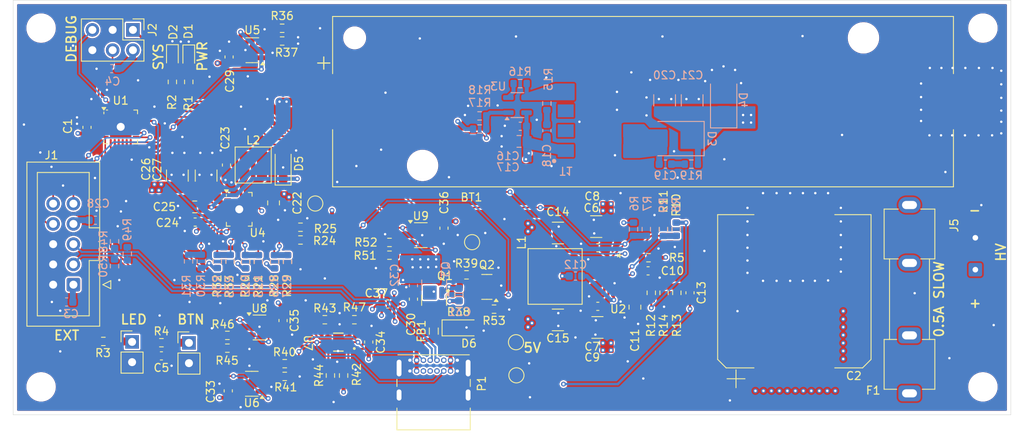
<source format=kicad_pcb>
(kicad_pcb (version 20241229) (generator "pcbnew") (generator_version "9.0")
  (layers (0 "F.Cu" signal) (4 "In1.Cu" signal) (6 "In2.Cu" signal) (2 "B.Cu" signal) (13 "F.Paste" user) (15 "B.Paste" user) (5 "F.SilkS" user "F.Silkscreen") (7 "B.SilkS" user "B.Silkscreen") (1 "F.Mask" user) (3 "B.Mask" user) (25 "Edge.Cuts" user))
  (net 0 "")
  (net 1 "/Backup/BKUP_BATT")
  (net 2 "GND")
  (net 3 "/VSUP")
  (net 4 "+BATT")
  (net 5 "/USR_SW")
  (net 6 "/HV_Stepdown/LV_EXTVCC")
  (net 7 "/HV_Stepdown/LV_BIAS")
  (net 8 "/HV_Stepdown/LV_LX")
  (net 9 "/HV_Stepdown/LV_BST")
  (net 10 "+5V")
  (net 11 "/HV_Stepdown/LV_FB")
  (net 12 "Net-(C18-Pad2)")
  (net 13 "/LV_Stepup/FLY_SEC")
  (net 14 "Net-(C19-Pad2)")
  (net 15 "/Backup/BKUP_VCC")
  (net 16 "/Backup/BKUP_VAUX")
  (net 17 "Net-(Q1-S)")
  (net 18 "Net-(Q1-G)")
  (net 19 "Net-(D1-A)")
  (net 20 "Net-(D2-A)")
  (net 21 "/Backup/BKUP_LX2")
  (net 22 "Net-(J4-Pin_1)")
  (net 23 "/DEBUG_Rx")
  (net 24 "/DEBUG_Tx")
  (net 25 "/UPDI")
  (net 26 "/USART_Rx")
  (net 27 "/USART_Tx")
  (net 28 "/Backup/BKUP_LX1")
  (net 29 "/USB_Interface/CC2")
  (net 30 "/USB_Interface/CC1")
  (net 31 "/USB_PWR_EN")
  (net 32 "Net-(Q2-D)")
  (net 33 "/LED0")
  (net 34 "/LED1")
  (net 35 "/BUCK_EN")
  (net 36 "/HV_Stepdown/LV_SYNC")
  (net 37 "/HV_Stepdown/LV_SPS")
  (net 38 "/LV_Stepup/FLY_SW")
  (net 39 "/LV_Stepup/FLY_FB")
  (net 40 "/FLY_EN")
  (net 41 "/Backup/BKUP_SEL1")
  (net 42 "/Backup/BKUP_SEL2")
  (net 43 "/Backup/BKUP_RUN")
  (net 44 "/Backup/BKUP_ILIM")
  (net 45 "/Backup/BKUP_BSEL")
  (net 46 "/Backup/BKUP_OS1")
  (net 47 "/Backup/BKUP_OS2")
  (net 48 "/Backup/BKUP_MPP_SEL")
  (net 49 "Net-(U5-+)")
  (net 50 "/USB_Interface/CC1d2")
  (net 51 "Net-(U7-NO1)")
  (net 52 "Net-(U7-NC2)")
  (net 53 "Net-(U7-NO2)")
  (net 54 "/USB_Interface/CC2d2")
  (net 55 "Net-(U7-NC1)")
  (net 56 "/USB_Interface/BUSd2")
  (net 59 "/USB_PWR_DIR")
  (net 60 "/CC2_SNS")
  (net 61 "Net-(J3-Pin_1)")
  (net 62 "/DIG")
  (net 63 "/CELL_SNS")
  (net 64 "/BACKUP_PG")
  (net 65 "/CC1_SNS")
  (net 66 "/BUS_SNS")
  (net 68 "/BUCK_PG")
  (net 73 "/USR_LED")
  (net 74 "Net-(J5-Pin_1)")
  (net 75 "Net-(FB1-Pad1)")
  (net 76 "/USB_Interface/USB_PWR")
  (net 77 "/USB_DN")
  (net 78 "/USB_DP")
  (footprint "Capacitor_SMD:C_0603_1608Metric" (layer "F.Cu") (at 129.55 83.95)
    (property "Reference" "C10")
    (property "Value" "100n")
  )
  (footprint "Resistor_SMD:R_0603_1608Metric" (layer "F.Cu") (at 97.15 81.9825)
    (property "Reference" "R51")
    (property "Value" "1Meg")
  )
  (footprint "Resistor_SMD:R_0603_1608Metric" (layer "F.Cu") (at 133.075 78.725 -90)
    (property "Reference" "R10")
    (property "Value" "100k")
  )
  (footprint "Capacitor_SMD:C_1210_3225Metric" (layer "F.Cu") (at 118.25 79.2 180)
    (property "Reference" "C14")
    (property "Value" "22u")
  )
  (footprint "Battery:BatteryHolder_Keystone_1042_1x18650" (layer "F.Cu") (at 128.915 62.725)
    (property "Reference" "BT1")
    (property "Value" "18650")
  )
  (footprint "MountingHole:MountingHole_3.2mm_M3" (layer "F.Cu") (at 171.5 53.5)
    (property "Reference" "H4" (hide yes))
    (property "Value" "MountingHole")
  )
  (footprint "Capacitor_SMD:C_1210_3225Metric" (layer "F.Cu") (at 118.25 90.1 180)
    (property "Reference" "C15")
    (property "Value" "22u")
  )
  (footprint "MountingHole:MountingHole_3.2mm_M3" (layer "F.Cu") (at 53.5 53.5)
    (property "Reference" "H2" (hide yes))
    (property "Value" "MountingHole")
  )
  (footprint "Capacitor_SMD:C_1210_3225Metric" (layer "F.Cu") (at 74.175 72 90)
    (property "Reference" "C27")
    (property "Value" "22u")
  )
  (footprint "Connector_PinHeader_2.54mm:PinHeader_1x02_P2.54mm_Vertical" (layer "F.Cu") (at 64.9 92.86)
    (property "Reference" "J3" (hide yes))
    (property "Value" "LED")
  )
  (footprint "Resistor_SMD:R_0603_1608Metric" (layer "F.Cu") (at 105.85 86.925 90)
    (property "Reference" "R38")
    (property "Value" "1Meg")
  )
  (footprint "Capacitor_SMD:C_0805_2012Metric" (layer "F.Cu") (at 127.9 88.5 90)
    (property "Reference" "C11")
    (property "Value" "4.7u")
  )
  (footprint "Resistor_SMD:R_0603_1608Metric" (layer "F.Cu") (at 110.25 88.75)
    (property "Reference" "R53")
    (property "Value" "1Meg")
  )
  (footprint "Package_DFN_QFN:QFN-24-1EP_4x4mm_P0.5mm_EP2.6x2.6mm" (layer "F.Cu") (at 63.475 65.8875)
    (property "Reference" "U1")
    (property "Value" "ATtiny1627-M")
  )
  (footprint "Resistor_SMD:R_0603_1608Metric" (layer "F.Cu") (at 83.7025 53.52 180)
    (property "Reference" "R36")
    (property "Value" "1Meg")
  )
  (footprint "Resistor_SMD:R_0603_1608Metric" (layer "F.Cu") (at 129.95 86.7 -90)
    (property "Reference" "R12")
    (property "Value" "0")
  )
  (footprint "Capacitor_SMD:C_1210_3225Metric" (layer "F.Cu") (at 123.2 91.05 180)
    (property "Reference" "C9")
    (property "Value" "2.2U")
  )
  (footprint "Inductor_SMD:L_0805_2012Metric" (layer "F.Cu") (at 102.7 91.5075 90)
    (property "Reference" "FB1")
    (property "Value" "FerriteBead")
  )
  (footprint "Capacitor_SMD:C_0805_2012Metric" (layer "F.Cu") (at 82.625 75.425 -90)
    (property "Reference" "C22")
    (property "Value" "4.7u")
  )
  (footprint "TestPoint:TestPoint_Pad_D1.5mm" (layer "F.Cu") (at 107.5 80.35)
    (property "Reference" "TP3" (hide yes))
    (property "Value" "GND")
  )
  (footprint "Capacitor_SMD:C_0603_1608Metric_Pad1.08x0.95mm_HandSolder" (layer "F.Cu") (at 76.95 99 90)
    (property "Reference" "C33")
    (property "Value" "1u")
  )
  (footprint "Package_DFN_QFN:QFN-20-1EP_3x4mm_P0.5mm_EP1.65x2.65mm" (layer "F.Cu") (at 78.325 76.225)
    (property "Reference" "U4")
    (property "Value" "LTC3106")
  )
  (footprint "Diode_SMD:D_0603_1608Metric" (layer "F.Cu") (at 69.95 57.0625 -90)
    (property "Reference" "D2")
    (property "Value" "LED")
  )
  (footprint "Resistor_SMD:R_0603_1608Metric" (layer "F.Cu") (at 79.125 82.8 90)
    (property "Reference" "R20")
    (property "Value" "0")
  )
  (footprint "Capacitor_SMD:C_0603_1608Metric_Pad1.08x0.95mm_HandSolder" (layer "F.Cu") (at 94.55 92.875 90)
    (property "Reference" "C34")
    (property "Value" "1u")
  )
  (footprint "Resistor_SMD:R_0603_1608Metric" (layer "F.Cu") (at 84.375 82.8 -90)
    (property "Reference" "R29")
    (property "Value" "0")
  )
  (footprint "Resistor_SMD:R_0603_1608Metric" (layer "F.Cu") (at 84.025 97.1875)
    (property "Reference" "R41")
    (property "Value" "1Meg")
  )
  (footprint "Fuse:Fuseholder_Clip-5x20mm_Keystone_3512_Inline_P23.62x7.27mm_D1.02x1.57mm_Horizontal" (layer "F.Cu") (at 162.3 99.31 90)
    (property "Reference" "F1")
    (property "Value" "0.5A")
  )
  (footprint "Resistor_SMD:R_0603_1608Metric" (layer "F.Cu") (at 76.84 92.0425 180)
    (property "Reference" "R46")
    (property "Value" "1Meg")
  )
  (footprint "Package_TO_SOT_SMD:TSOT-23-5" (layer "F.Cu") (at 101.075 79.47)
    (property "Reference" "U9")
    (property "Value" "MCP6006")
  )
  (footprint "Diode_SMD:D_0603_1608Metric" (layer "F.Cu") (at 72 57.1 -90)
    (property "Reference" "D1")
    (property "Value" "LED")
  )
  (footprint "Capacitor_SMD:C_0603_1608Metric" (layer "F.Cu") (at 77.0525 57.12 90)
    (property "Reference" "C29")
    (property "Value" "1u")
  )
  (footprint "Resistor_SMD:R_0603_1608Metric" (layer "F.Cu") (at 86 78.475)
    (property "Reference" "R25")
    (property "Value" "20k")
  )
  (footprint "MountingHole:MountingHole_3.2mm_M3" (layer "F.Cu") (at 53.5 98.5)
    (property "Reference" "H1" (hide yes))
    (property "Value" "MountingHole")
  )
  (footprint "Resistor_SMD:R_0603_1608Metric" (layer "F.Cu") (at 92.75 90.075 180)
    (property "Reference" "R47")
    (property "Value" "5.1k")
  )
  (footprint "MountingHole:MountingHole_3.2mm_M3" (layer "F.Cu") (at 171.5 98.5)
    (property "Reference" "H3" (hide yes))
    (property "Value" "MountingHole")
  )
  (footprint "Resistor_SMD:R_0603_1608Metric" (layer "F.Cu") (at 69.95 60.25 -90)
    (property "Reference" "R2")
    (property "Value" "200")
  )
  (footprint "Capacitor_SMD:C_0603_1608Metric_Pad1.08x0.95mm_HandSolder" (layer "F.Cu") (at 83.815 90.18 -90)
    (property "Reference" "C35")
    (property "Value" "1u")
  )
  (footprint "Resistor_SMD:R_0603_1608Metric" (layer "F.Cu") (at 89.75 97.075 90)
    (property "Reference" "R44")
    (property "Value" "22k")
  )
  (footprint "Package_TO_SOT_SMD:TSOT-23-5" (layer "F.Cu") (at 79.9625 56.275 180)
    (property "Reference" "U5")
    (property "Value" "MCP6006")
  )
  (footprint "Capacitor_SMD:C_0805_2012Metric" (layer "F.Cu") (at 72.75 75.925 180)
    (property "Reference" "C25")
    (property "Value" "4.7u")
  )
  (footprint "Resistor_SMD:R_0603_1608Metric" (layer "F.Cu") (at 82.755 82.8 90)
    (property "Reference" "R28")
    (property "Value" "0")
  )
  (footprint "Resistor_SMD:R_0603_1608Metric" (layer "F.Cu") (at 83.7025 55.12)
    (property "Reference" "R37")
    (property "Value" "1Meg")
  )
  (footprint "Capacitor_SMD:C_1210_3225Metric" (layer "F.Cu") (at 70.575 72 90)
    (property "Reference" "C26")
    (property "Value" "22u")
  )
  (footprint "Package_TO_SOT_SMD:SOT-23" (layer "F.Cu") (at 109.35 85.9625 180)
    (property "Reference" "Q2")
    (property "Value" "2N7002")
  )
  (footprint "TestPoint:TestPoint_Pad_D1.5mm" (layer "F.Cu") (at 113 92.9)
    (property "Reference" "TP1" (hide yes))
    (property "Value" "5V")
  )
  (footprint "Resistor_SMD:R_0603_1608Metric" (layer "F.Cu") (at 131.475 78.725 90)
    (property "Reference" "R11")
    (property "Value" "100k")
  )
  (footprint "Package_TO_SOT_SMD:TSOT-23-5" (layer "F.Cu") (at 80.8625 91.05)
    (property "Reference" "U8")
    (property "Value" "MCP6006")
  )
  (footprint "Capacitor_SMD:C_0603_1608Metric" (layer "F.Cu") (at 59.25 65.95 90)
    (property "Reference" "C1")
    (property "Value" "1u")
  )
  (footprint "Connector_PinHeader_2.54mm:PinHeader_2x03_P2.54mm_Vertical" (layer "F.Cu") (at 65.005 53.725 -90)
    (property "Reference" "J2")
    (property "Value" "PROG")
  )
  (footprint "Resistor_SMD:R_0603_1608Metric" (layer "F.Cu") (at 89.05 90.075)
    (property "Reference" "R43")
    (property "Value" "5.1k")
  )
  (footprint "Resistor_SMD:R_0603_1608Metric" (layer "F.Cu") (at 86 80.075 180)
    (property "Reference" "R24")
    (property "Value" "100k")
  )
  (footprint "Capacitor_SMD:C_0603_1608Metric" (layer "F.Cu") (at 134.8 86.7 -90)
    (property "Reference" "C13")
    (property "Value" "22p")
  )
  (footprint "Connector_PinHeader_2.54mm:PinHeader_1x02_P2.54mm_Vertical" (layer "F.Cu") (at 72.025 92.985)
    (property "Reference" "J4" (hide yes))
    (property "Value" "BTN")
  )
  (footprint "Resistor_SMD:R_0603_1608Metric" (layer "F.Cu") (at 72 60.25 -90)
    (property "Reference" "R1")
    (property "Value" "200")
  )
  (footprint "Diode_SMD:D_SOD-123F" (layer "F.Cu") (at 83.825 70.975 90)
    (property "Reference" "D5")
    (property "Value" "PMEG2005")
  )
  (footprint "Capacitor_SMD:C_0603_1608Metric" (layer "F.Cu") (at 123.25 81.05 180)
    (property "Reference" "C6")
    (property "Value" "100n")
  )
  (footprint "Resistor_SMD:R_0603_1608Metric" (layer "F.Cu") (at 97.15 80.3825 180)
    (property "Reference" "R52")
    (property "Value" "1Meg")
  )
  (footprint "Inductor_SMD:L_Coilcraft_XAL6060-XXX" (layer "F.Cu") (at 117.9 84.65 180)
    (property "Reference" "L1")
    (property "Value" "4.7u")
  )
  (footprint "Capacitor_SMD:C_1210_3225Metric" (layer "F.Cu") (at 123.05 78.4 180)
    (property "Reference" "C8")
    (property "Value" "2.2U")
  )
  (footprint "Resistor_SMD:R_0603_1608Metric" (layer "F.Cu") (at 131.55 86.7 90)
    (property "Reference" "R14")
    (property "Value" "10k")
  )
  (footprint "Capacitor_SMD:C_0603_1608Metric_Pad1.08x0.95mm_HandSolder" (layer "F.Cu") (at 100.15 87.5 90)
    (property "Reference" "C30")
    (property "Value" "1u")
  )
  (footprint "Resistor_SMD:R_0603_1608Metric" (layer "F.Cu") (at 129.6 82.3 180)
    (property "Reference" "R5")
    (property "Value" "0")
  )
  (footprint "Connector_USB:USB_C_Receptacle_GCT_USB4085" (layer "F.Cu") (at 99.7 95.1575)
    (property "Reference" "P1")
    (property "Value" "USB_C_Plug_USB2.0")
  )
  (footprint "Package_TO_SOT_SMD:SOT-23" (layer "F.Cu") (at 102.7375 87.635 -90)
    (property "Reference" "Q1")
    (property "Value" "GSFC3415")
  )
  (footprint "Resistor_SMD:R_0603_1608Metric" (layer "F.Cu") (at 91.4 97.075 90)
    (property "Reference" "R42")
    (property "Value" "22k")
  )
  (footprint "Resistor_SMD:R_0603_1608Metric" (layer "F.Cu") (at 75.575 82.775 90)
    (property "Reference" "R32")
    (property "Value" "0")
  )
  (footprint "Capacitor_SMD:C_0603_1608Metric" (layer "F.Cu") (at 123.25 88.4 180)
    (property "Reference" "C7")
    (property "Value" "100n")
  )
  (footprint "Resistor_SMD:R_0603_1608Metric" (layer "F.Cu") (at 84.025 95.5875 180)
    (property "Reference" "R40")
    (property "Value" "1Meg")
  )
  (footprint "Capacitor_SMD:CP_Elec_18x17.5" (layer "F.Cu") (at 147.875 86.5075 90)
    (property "Reference" "C2")
    (property "Value" "470u")
  )
  (footprint "Capacitor_SMD:C_0603_1608Metric_Pad1.08x0.95mm_HandSolder" (layer "F.Cu") (at 76.725 70.675 90)
    (property "Reference" "C23")
    (property "Value" "1u")
  )
  (footprint "Resistor_SMD:R_0603_1608Metric" (layer "F.Cu") (at 76.84 93.6425)
    (property "Reference" "R45")
    (property "Value" "1Meg")
  )
  (footprint "TestPoint:TestPoint_Pad_D1.5mm" (layer "F.Cu") (at 113.05 97.05)
    (property "Reference" "TP2" (hide yes))
    (property "Value" "GND")
  )
  (footprint "Capacitor_SMD:C_0603_1608Metric_Pad1.08x0.95mm_HandSolder" (layer "F.Cu") (at 103.975 78.595 -90)
    (property "Reference" "C36")
    (property "Value" "1u")
  )
  (footprint "Resistor_SMD:R_0603_1608Metric" (layer "F.Cu") (at 77.175 82.775 -90)
    (property "Reference" "R33")
    (property "Value" "0")
  )
  (footprint "Capacitor_SMD:C_0603_1608Metric" (layer "F.Cu") (at 68.575 94.61)
    (property "Reference" "C5")
    (property "Value" "100n")
  )
  (footprint "Resistor_SMD:R_0603_1608Metric" (layer "F.Cu") (at 106.8 84.45)
    (property "Reference" "R39")
    (property "Value" "100k")
  )
  (footprint "Resistor_SMD:R_0603_1608Metric" (layer "F.Cu") (at 68.575 92.96)
    (property "Reference" "R4")
    (property "Value" "1k")
  )
  (footprint "HPB_footprints:ADI_21-100429" (layer "F.Cu") (at 124.619001 84.7125 -90)
    (property "Reference" "U2")
    (property "Value" "MAX25262")
  )
  (footprint "Connector_Wire:SolderWire-0.15sqmm_1x02_P4mm_D0.5mm_OD1.5mm" (layer "F.Cu") (at 170.55 83.8 90)
    (property "Reference" "J5")
    (property "Value" "HV")
  )
  (footprint "Package_TO_SOT_SMD:TSOT-23-5" (layer "F.Cu") (at 79.9 98.1125 180)
    (property "Reference" "U6")
    (property "Value" "MCP6006")
  )
  (footprint "Resistor_SMD:R_0603_1608Metric" (layer "F.Cu") (at 133.15 86.7 -90)
    (property "Reference" "R13")
    (property "Value" "41.2k")
  )
  (footprint "Resistor_SMD:R_0603_1608Metric" (layer "F.Cu") (at 61.3 92.8)
    (property "Reference" "R3")
    (property "Value" "100")
  )
  (footprint "Resistor_SMD:R_0603_1608Metric" (layer "F.Cu") (at 80.725 82.8 -90)
    (property "Reference" "R21")
    (property "Value" "0")
  )
  (footprint "Inductor_SMD:L_Coilcraft_XAL4040-XXX" (layer "F.Cu") (at 80.075 70.675)
    (property "Reference" "L2")
    (property "Value" "4.7u")
  )
  (footprint "Capacitor_SMD:C_0603_1608Metric" (layer "F.Cu") (at 96.95 88.1 180)
    (property "Reference" "C37")
    (property "Value" "100n")
  )
  (footprint "Connector_IDC:IDC-Header_2x05_P2.54mm_Vertical" (layer "F.Cu") (at 57.55 85.68 180)
    (property "Reference" "J1")
    (property "Value" "EXT")
  )
  (footprint "Capacitor_SMD:C_0603_1608Metric" (layer "F.Cu") (at 72.8 77.825 180)
    (property "Reference" "C24")
    (property "Value" "100n")
  )
  (footprint "TestPoint:TestPoint_Pad_D1.5mm" (layer "F.Cu") (at 87.85 75.5)
    (property "Reference" "TP4" (hide yes))
    (property "Value" "GND")
  )
  (footprint "HPB_footprints:ADI_21-100013A" (layer "F.Cu") (at 90.744301 92.8865 180)
    (property "Reference" "U7")
    (property "Value" "MAX14689")
  )
  (footprint "Diode_SMD:D_SOD-123" (layer "F.Cu") (at 106.1 91.1)
    (property "Reference" "D6")
    (property "Value" "PDZ6.2B")
  )
  (footprint "Capacitor_SMD:C_0603_1608Metric" (layer "B.Cu") (at 113.530368 65.81 180)
    (property "Reference" "C16")
    (property "Value" "100n")
  )
  (footprint "Diode_SMD:D_SMA" (layer "B.Cu") (at 139.017868 62.51 90)
    (property "Reference" "D4")
    (property "Value" "D_Zener")
  )
  (footprint "Capacitor_SMD:C_1210_3225Metric" (layer "B.Cu") (at 131.617868 62.56 90)
    (property "Reference" "C20")
    (property "Value" "4.7u")
  )
  (footprint "Resistor_SMD:R_0603_1608Metric" (layer "B.Cu") (at 82.755 82.8 90)
    (property "Reference" "R26")
    (property "Value" "0")
  )
  (footprint "Capacitor_SMD:C_0603_1608Metric" (layer "B.Cu") (at 62.345 58.585 180)
    (property "Reference" "C4")
    (property "Value" "1u")
  )
  (footprint "Resistor_SMD:R_0603_1608Metric" (layer "B.Cu") (at 77.175 82.775 -90)
    (property "Reference" "R35")
    (property "Value" "0")
  )
  (footprint "Resistor_SMD:R_0603_1608Metric" (layer "B.Cu") (at 64.3 81.8 -90)
    (property "Reference" "R49")
    (property "Value" "300")
  )
  (footprint "Capacitor_SMD:C_0603_1608Metric" (layer "B.Cu") (at 105.85 86.925 90)
    (property "Reference" "C31")
    (property "Value" "10n")
  )
  (footprint "Capacitor_SMD:C_1210_3225Metric" (layer "B.Cu") (at 135.067868 62.56 90)
    (property "Reference" "C21")
    (property "Value" "4.7u")
  )
  (footprint "Resistor_SMD:R_0603_1608Metric" (layer "B.Cu") (at 80.725 82.8 -90)
    (property "Reference" "R23")
    (property "Value" "0")
  )
  (footprint "Resistor_SMD:R_0603_1608Metric" (layer "B.Cu") (at 116.867868 62.95 -90)
    (property "Reference" "R15")
    (property "Value" "R_US")
  )
  (footprint "Resistor_SMD:R_0603_1608Metric" (layer "B.Cu") (at 134.967868 70.56)
    (property "Reference" "R19")
    (property "Value" "R_US")
  )
  (footprint "Resistor_SMD:R_0603_1608Metric" (layer "B.Cu") (at 129.325 78.725 90)
    (property "Reference" "R7")
    (property "Value" "100k")
  )
  (footprint "Resistor_SMD:R_0603_1608Metric" (layer "B.Cu") (at 127.725 78.725 -90)
    (property "Reference" "R6")
    (property "Value" "100k")
  )
  (footprint "Capacitor_SMD:C_0805_2012Metric" (layer "B.Cu") (at 113.380368 67.71 180)
    (property "Reference" "C17")
    (property "Value" "4.7u")
  )
  (footprint "Resistor_SMD:R_0603_1608Metric" (layer "B.Cu") (at 73.575 82.75 90)
    (property "Reference" "R30")
    (property "Value" "0")
  )
  (footprint "Resistor_SMD:R_0603_1608Metric" (layer "B.Cu") (at 133.075 78.725 -90)
    (property "Reference" "R8")
    (property "Value" "100k")
  )
  (footprint "Resistor_SMD:R_0603_1608Metric" (layer "B.Cu") (at 62.7 80.25 90)
    (property "Reference" "R48")
    (property "Value" "15k")
  )
  (footprint "Resistor_SMD:R_0603_1608Metric" (layer "B.Cu") (at 131.475 78.75 90)
    (property "Reference" "R9")
    (property "Value" "100k")
  )
  (footprint "Package_TO_SOT_SMD:SOT-23" (layer "B.Cu") (at 102.75 85.7375 90)
    (property "Reference" "Q3")
    (property "Value" "GSFC3415")
  )
  (footprint "Resistor_SMD:R_0603_1608Metric" (layer "B.Cu") (at 108.442868 64.51)
    (property "Reference" "R18")
    (property "Value" "100k")
  )
  (footprint "Capacitor_SMD:C_0603_1608Metric" (layer "B.Cu") (at 131.717868 70.56)
    (property "Reference" "C19")
    (property "Value" "C")
  )
  (footprint "Resistor_SMD:R_0603_1608Metric" (layer "B.Cu") (at 62.7 83.35 -90)
    (property "Reference" "R50")
    (property "Value" "15k")
  )
  (footprint "Package_TO_SOT_SMD:SOT-23-5" (layer "B.Cu") (at 113.180368 63.16)
    (property "Reference" "U3")
    (property "Value" "LT3001")
  )
  (footprint "Resistor_SMD:R_0603_1608Metric" (layer "B.Cu") (at 84.375 82.8 -90)
    (property "Reference" "R27")
    (property "Value" "0")
  )
  (footprint "Diode_SMD:D_SMB" (layer "B.Cu") (at 132.917868 67.36 180)
    (property "Reference" "D3")
    (property "Value" "D_Schottky")
  )
  (footprint "Resistor_SMD:R_0603_1608Metric" (layer "B.Cu") (at 113.517868 60.46)
    (property "Reference" "R16")
    (property "Value" "180k")
  )
  (footprint "Capacitor_SMD:C_0603_1608Metric" (layer "B.Cu") (at 60.3 77.6)
    (property "Reference" "C28")
    (property "Value" "1u")
  )
  (footprint "Resistor_SMD:R_0603_1608Metric" (layer "B.Cu") (at 71.975 82.75 -90)
    (property "Reference" "R31")
    (property "Value" "0")
  )
  (footprint "Resistor_SMD:R_0603_1608Metric" (layer "B.Cu") (at 75.575 82.775 90)
    (property "Reference" "R34")
    (property "Value" "0")
  )
  (footprint "Capacitor_SMD:C_0603_1608Metric" (layer "B.Cu") (at 116.867868 66.36 90)
    (property "Reference" "C18")
    (property "Value" "C")
  )
  (footprint "Capacitor_SMD:C_0603_1608Metric" (layer "B.Cu") (at 56.7 87.85 180)
    (property "Reference" "C3")
    (property "Value" "1u")
  )
  (footprint "Resistor_SMD:R_0603_1608Metric" (layer "B.Cu") (at 79.125 82.8 90)
    (property "Reference" "R22")
    (property "Value" "0")
  )
  (footprint "HPB_footprints:Coilcraft_YA903x" (layer "B.Cu") (at 123.325 65.125)
    (property "Reference" "T1")
    (property "Value" "YA9037")
  )
  (footprint "Capacitor_SMD:C_0603_1608Metric" (layer "B.Cu") (at 120.45 84.6 180)
    (property "Reference" "C12")
    (property "Value" "100n")
  )
  (footprint "Capacitor_SMD:C_0603_1608Metric_Pad1.08x0.95mm_HandSolder" (layer "B.Cu") (at 100.15 85.8 -90)
    (property "Reference" "C32")
    (property "Value" "1u")
  )
  (footprint "Resistor_SMD:R_0603_1608Metric" (layer "B.Cu") (at 108.442868 66.16 180)
    (property "Reference" "R17")
    (property "Value" "100k")
  )
  (gr_line (start 175 102) (end 50 102) (stroke (width 0.05)) (layer "Edge.Cuts"))
  (gr_line (start 175 50) (end 175 102) (stroke (width 0.05)) (layer "Edge.Cuts"))
  (gr_line (start 175 50) (end 50 50) (stroke (width 0.05)) (layer "Edge.Cuts"))
  (gr_line (start 50 50) (end 50 102) (stroke (width 0.05)) (layer "Edge.Cuts"))
  (gr_text "BTN" (at 70.45 90.75 0) (layer "F.SilkS") (effects (font (size 1.2 1.2) (thickness 0.2) (bold yes)) (justify left bottom)))
  (gr_text "5V" (at 115.05 94.3 0) (layer "F.SilkS") (effects (font (size 1.2 1.2) (thickness 0.2) (bold yes)) (justify bottom)))
  (gr_text "+" (at 171.4 87.45 180) (layer "F.SilkS") (effects (font (size 1.2 1.2) (thickness 0.2) (bold yes)) (justify left bottom)))
  (gr_text "EXT" (at 55 92.75 0) (layer "F.SilkS") (effects (font (size 1.2 1.2) (thickness 0.2) (bold yes)) (justify left bottom)))
  (gr_text "-" (at 171.35 75.8 180) (layer "F.SilkS") (effects (font (size 1.2 1.2) (thickness 0.2) (bold yes)) (justify left bottom)))
  (gr_text "SYS" (at 68.9 58.9 90) (layer "F.SilkS") (effects (font (size 1.2 1.2) (thickness 0.2) (bold yes)) (justify left bottom)))
  (gr_text "DEBUG" (at 58 57.95 90) (layer "F.SilkS") (effects (font (size 1.2 1.2) (thickness 0.2) (bold yes)) (justify left bottom)))
  (gr_text "LED" (at 63.35 90.75 0) (layer "F.SilkS") (effects (font (size 1.2 1.2) (thickness 0.2) (bold yes)) (justify left bottom)))
  (gr_text "PWR" (at 74.4 59.05 90) (layer "F.SilkS") (effects (font (size 1.2 1.2) (thickness 0.2) (bold yes)) (justify left bottom)))
  (gr_text "0.5A SLOW" (at 166.7 92.4 90) (layer "F.SilkS") (effects (font (size 1.2 1.2) (thickness 0.2) (bold yes)) (justify left bottom)))
  (gr_text "HV" (at 174.45 82.9 90) (layer "F.SilkS") (effects (font (size 1.2 1.2) (thickness 0.2) (bold yes)) (justify left bottom)))
  (segment (start 80.702818 75.975) (end 81.15533 76.427512) (width 0.25) (layer "F.Cu") (net 1))
  (segment (start 84.25 62.725) (end 83.375 62.725) (width 1) (layer "F.Cu") (net 1))
  (segment (start 89.225 62.725) (end 84.25 62.725) (width 1) (layer "F.Cu") (net 1))
  (segment (start 84.5275 53.52) (end 86.47 53.52) (width 0.5) (layer "F.Cu") (net 1))
  (segment (start 88.2 55.25) (end 88.2 62.45) (width 0.5) (layer "F.Cu") (net 1))
  (segment (start 86.47 53.52) (end 88.2 55.25) (width 0.5) (layer "F.Cu") (net 1))
  (segment (start 79.775 75.975) (end 80.702818 75.975) (width 0.25) (layer "F.Cu") (net 1))
  (via (at 76.6 72.55) (size 0.6) (drill 0.3) (layers "F.Cu" "B.Cu") (net 1))
  (via (at 81.15533 76.427512) (size 0.6) (drill 0.3) (layers "F.Cu" "B.Cu") (net 1))
  (via (at 84.25 62.725) (size 0.6) (drill 0.3) (layers "F.Cu" "B.Cu") (net 1))
  (via (at 83.375 62.725) (size 0.6) (drill 0.3) (layers "F.Cu" "B.Cu") (net 1))
  (via (at 77.35 72.85) (size 0.6) (drill 0.3) (layers "F.Cu" "B.Cu") (net 1))
  (segment (start 84.25 65.75) (end 84.25 62.725) (width 1) (layer "B.Cu") (net 1))
  (segment (start 77.35 72.65) (end 84.25 65.75) (width 1) (layer "B.Cu") (net 1))
  (segment (start 77.35 72.85) (end 77.35 72.65) (width 1) (layer "B.Cu") (net 1))
  (segment (start 83.375 65.775) (end 83.375 62.725) (width 1) (layer "B.Cu") (net 1))
  (segment (start 76.6 72.55) (end 83.375 65.775) (width 1) (layer "B.Cu") (net 1))
  (segment (start 79.775 75.475) (end 78.575 75.475) (width 0.3) (layer "F.Cu") (net 2))
  (segment (start 78.575 75.475) (end 78.55 75.5) (width 0.3) (layer "F.Cu") (net 2))
  (segment (start 61.5375 65.6375) (end 62.8875 65.6375) (width 0.3) (layer "F.Cu") (net 2))
  (segment (start 62.8875 65.6375) (end 62.9 65.65) (width 0.3) (layer "F.Cu") (net 2))
  (via (at 84.05 76.35) (size 0.6) (drill 0.3) (layers "F.Cu" "B.Cu") (net 2))
  (via (at 81.35 80.25) (size 0.6) (drill 0.3) (layers "F.Cu" "B.Cu") (net 2))
  (via (at 128.95 97.45) (size 0.6) (drill 0.3) (layers "F.Cu" "B.Cu") (net 2))
  (via (at 79.05 66.15) (size 0.6) (drill 0.3) (layers "F.Cu" "B.Cu") (net 2))
  (via (at 72 55.2) (size 0.6) (drill 0.3) (layers "F.Cu" "B.Cu") (net 2))
  (via (at 135.9 62.4) (size 0.6) (drill 0.3) (layers "F.Cu" "B.Cu") (net 2))
  (via (at 60.25 72.3) (size 0.6) (drill 0.3) (layers "F.Cu" "B.Cu") (net 2))
  (via (at 79.6 93.75) (size 0.6) (drill 0.3) (layers "F.Cu" "B.Cu") (net 2))
  (via (at 69.85 71.9) (size 0.6) (drill 0.3) (layers "F.Cu" "B.Cu") (net 2))
  (via (at 70.2 85.1) (size 0.6) (drill 0.3) (layers "F.Cu" "B.Cu") (net 2))
  (via (at 116.8 59.7) (size 0.6) (drill 0.3) (layers "F.Cu" "B.Cu") (net 2))
  (via (at 127.45 59.05) (size 0.6) (drill 0.3) (layers "F.Cu" "B.Cu") (net 2))
  (via (at 130.9 62.4) (size 0.6) (drill 0.3) (layers "F.Cu" "B.Cu") (net 2))
  (via (at 96.1 68.75) (size 0.6) (drill 0.3) (layers "F.Cu" "B.Cu") (net 2))
  (via (at 85.45 68.85) (size 0.6) (drill 0.3) (layers "F.Cu" "B.Cu") (net 2))
  (via (at 173.8 63.85) (size 0.6) (drill 0.3) (layers "F.Cu" "B.Cu") (net 2))
  (via (at 90.6 95.35) (size 0.6) (drill 0.3) (layers "F.Cu" "B.Cu") (net 2))
  (via (at 112.15 88.8) (size 0.6) (drill 0.3) (layers "F.Cu" "B.Cu") (net 2))
  (via (at 76.3 80.25) (size 0.6) (drill 0.3) (layers "F.Cu" "B.Cu") (net 2))
  (via (at 126.6 89.8) (size 0.6) (drill 0.3) (layers "F.Cu" "B.Cu") (net 2))
  (via (at 71.2 67.15) (size 0.6) (drill 0.3) (layers "F.Cu" "B.Cu") (net 2))
  (via (at 172.65 66.95) (size 0.6) (drill 0.3) (layers "F.Cu" "B.Cu") (net 2))
  (via (at 145.65 74.2) (size 0.6) (drill 0.3) (layers "F.Cu" "B.Cu") (net 2))
  (via (at 120.45 92.3) (size 0.6) (drill 0.3) (layers "F.Cu" "B.Cu") (net 2))
  (via (at 111.2 68.35) (size 0.6) (drill 0.3) (layers "F.Cu" "B.Cu") (net 2))
  (via (at 63.3 85.1) (size 0.6) (drill 0.3) (layers "F.Cu" "B.Cu") (net 2))
  (via (at 126.1 87.8) (size 0.6) (drill 0.3) (layers "F.Cu" "B.Cu") (net 2))
  (via (at 115.6 65) (size 0.6) (drill 0.3) (layers "F.Cu" "B.Cu") (net 2))
  (via (at 152.1 85.15) (size 0.6) (drill 0.3) (layers "F.Cu" "B.Cu") (net 2))
  (via (at 103.95 80.55) (size 0.6) (drill 0.3) (layers "F.Cu" "B.Cu") (net 2))
  (via (at 142 82.65) (size 0.6) (drill 0.3) (layers "F.Cu" "B.Cu") (net 2))
  (via (at 78.55 63.35) (size 0.6) (drill 0.3) (layers "F.Cu" "B.Cu") (net 2))
  (via (at 153.7 76.05) (size 0.6) (drill 0.3) (layers "F.Cu" "B.Cu") (net 2))
  (via (at 130.35 76.95) (size 0.6) (drill 0.3) (layers "F.Cu" "B.Cu") (net 2))
  (via (at 78.5 101.05) (size 0.6) (drill 0.3) (layers "F.Cu" "B.Cu") (net 2))
  (via (at 74.9 91.15) (size 0.6) (drill 0.3) (layers "F.Cu" "B.Cu") (net 2))
  (via (at 90.9 90.65) (size 0.6) (drill 0.3) (layers "F.Cu" "B.Cu") (net 2))
  (via (at 86.65 87.65) (size 0.6) (drill 0.3) (layers "F.Cu" "B.Cu") (net 2))
  (via (at 153.7 77.75) (size 0.6) (drill 0.3) (layers "F.Cu" "B.Cu") (net 2))
  (via (at 87.55 95.05) (size 0.6) (drill 0.3) (layers "F.Cu" "B.Cu") (net 2))
  (via (at 122.75 77.55) (size 0.6) (drill 0.3) (layers "F.Cu" "B.Cu") (net 2))
  (via (at 105.7 79.45) (size 0.6) (drill 0.3) (layers "F.Cu" "B.Cu") (net 2))
  (via (at 132.9 80.95) (size 0.6) (drill 0.3) (layers "F.Cu" "B.Cu") (net 2))
  (via (at 133.35 60) (size 0.6) (drill 0.3) (layers "F.Cu" "B.Cu") (net 2))
  (via (at 94.9 90.85) (size 0.6) (drill 0.3) (layers "F.Cu" "B.Cu") (net 2))
  (via (at 89.05 84.9) (size 0.6) (drill 0.3) (layers "F.Cu" "B.Cu") (net 2))
  (via (at 121.15 80.55) (size 0.6) (drill 0.3) (layers "F.Cu" "B.Cu") (net 2))
  (via (at 131.55 88.45) (size 0.6) (drill 0.3) (layers "F.Cu" "B.Cu") (net 2))
  (via (at 67.7 63.35) (size 0.6) (drill 0.3) (layers "F.Cu" "B.Cu") (net 2))
  (via (at 110.8 83.55) (size 0.6) (drill 0.3) (layers "F.Cu" "B.Cu") (net 2))
  (via (at 120.95 65.25) (size 0.6) (drill 0.3) (layers "F.Cu" "B.Cu") (net 2))
  (via (at 86.85 77.35) (size 0.6) (drill 0.3) (layers "F.Cu" "B.Cu") (net 2))
  (via (at 85.7 55.45) (size 0.6) (drill 0.3) (layers "F.Cu" "B.Cu") (net 2))
  (via (at 69.85 95.85) (size 0.6) (drill 0.3) (layers "F.Cu" "B.Cu") (net 2))
  (via (at 106.8 91.05) (size 0.6) (drill 0.3) (layers "F.Cu" "B.Cu") (net 2))
  (via (at 125.65 63.75) (size 0.6) (drill 0.3) (layers "F.Cu" "B.Cu") (net 2))
  (via (at 58 65.5) (size 0.6) (drill 0.3) (layers "F.Cu" "B.Cu") (net 2))
  (via (at 128.3 90.6) (size 0.6) (drill 0.3) (layers "F.Cu" "B.Cu") (net 2))
  (via (at 122.15 87.15) (size 0.6) (drill 0.3) (layers "F.Cu" "B.Cu") (net 2))
  (via (at 173.8 60.55) (size 0.6) (drill 0.3) (layers "F.Cu" "B.Cu") (net 2))
  (via (at 54.85 87.85) (size 0.6) (drill 0.3) (layers "F.Cu" "B.Cu") (net 2))
  (via (at 163.75 65.15) (size 0.6) (drill 0.3) (layers "F.Cu" "B.Cu") (net 2))
  (via (at 129.8 60) (size 0.6) (drill 0.3) (layers "F.Cu" "B.Cu") (net 2))
  (via (at 163.75 60.45) (size 0.6) (drill 0.3) (layers "F.Cu" "B.Cu") (net 2))
  (via (at 74.95 69.15) (size 0.6) (drill 0.3) (layers "F.Cu" "B.Cu") (net 2))
  (via (at 142 77.75) (size 0.6) (drill 0.3) (layers "F.Cu" "B.Cu") (net 2))
  (via (at 92.9 96.35) (size 0.6) (drill 0.3) (layers "F.Cu" "B.Cu") (net 2))
  (via (at 74.55 80.55) (size 0.6) (drill 0.3) (layers "F.Cu" "B.Cu") (net 2))
  (via (at 54.8 70.9) (size 0.6) (drill 0.3) (layers "F.Cu" "B.Cu") (net 2))
  (via (at 71 55.2) (size 0.6) (drill 0.3) (layers "F.Cu" "B.Cu") (net 2))
  (via (at 132.45 62.4) (size 0.6) (drill 0.3) (layers "F.Cu" "B.Cu") (net 2))
  (via (at 104.6 72.2) (size 0.6) (drill 0.3) (layers "F.Cu" "B.Cu") (net 2))
  (via (at 76 68.85) (size 0.6) (drill 0.3) (layers "F.Cu" "B.Cu") (net 2))
  (via (at 136.6 81.45) (size 0.6) (drill 0.3) (layers "F.Cu" "B.Cu") (net 2))
  (via (at 84.95 91.95) (size 0.6) (drill 0.3) (layers "F.Cu" "B.Cu") (net 2))
  (via (at 99.25 86) (size 0.6) (drill 0.3) (layers "F.Cu" "B.Cu") (net 2))
  (via (at 73.35 71.9) (size 0.6) (drill 0.3) (layers "F.Cu" "B.Cu") (net 2))
  (via (at 127 95.3) (size 0.6) (drill 0.3) (layers "F.Cu" "B.Cu") (net 2))
  (via (at 173.8 66.7) (size 0.6) (drill 0.3) (layers "F.Cu" "B.Cu") (net 2))
  (via (at 111.6 65.75) (size 0.6) (drill 0.3) (layers "F.Cu" "B.Cu") (net 2))
  (via (at 78.325 76.225) (size 1.5) (drill 1) (layers "F.Cu" "B.Cu") (net 2))
  (via (at 75.95 88) (size 0.6) (drill 0.3) (layers "F.Cu" "B.Cu") (net 2))
  (via (at 58 64.7) (size 0.6) (drill 0.3) (layers "F.Cu" "B.Cu") (net 2))
  (via (at 96.6 79.35) (size 0.6) (drill 0.3) (layers "F.Cu" "B.Cu") (net 2))
  (via (at 85.7 54.65) (size 0.6) (drill 0.3) (layers "F.Cu" "B.Cu") (net 2))
  (via (at 61.75 61.25) (size 0.6) (drill 0.3) (layers "F.Cu" "B.Cu") (net 2))
  (via (at 153.7 82.5) (size 0.6) (drill 0.3) (layers "F.Cu" "B.Cu") (net 2))
  (via (at 166.3 58.5) (size 0.6) (drill 0.3) (layers "F.Cu" "B.Cu") (net 2))
  (via (at 148.95 85.2) (size 0.6) (drill 0.3) (layers "F.Cu" "B.Cu") (net 2))
  (via (at 169.25 66.95) (size 0.6) (drill 0.3) (layers "F.Cu" "B.Cu") (net 2))
  (via (at 147.35 85.2) (size 0.6) (drill 0.3) (layers "F.Cu" "B.Cu") (net 2))
  (via (at 139.1 69.95) (size 0.6) (drill 0.3) (layers "F.Cu" "B.Cu") (net 2))
  (via (at 111.15 85.8) (size 0.6) (drill 0.3) (layers "F.Cu" "B.Cu") (net 2))
  (via (at 75.9 56.35) (size 0.6) (drill 0.3) (layers "F.Cu" "B.Cu") (net 2))
  (via (at 105.25 82.75) (size 0.6) (drill 0.3) (layers "F.Cu" "B.Cu") (net 2))
  (via (at 69.95 55.15) (size 0.6) (drill 0.3) (layers "F.Cu" "B.Cu") (net 2))
  (via (at 122.8 79.25) (size 0.6) (drill 0.3) (layers "F.Cu" "B.Cu") (net 2))
  (via (at 113 54.55) (size 0.6) (drill 0.3) (layers "F.Cu" "B.Cu") (net 2))
  (via (at 109.15 79.2) (size 0.6) (drill 0.3) (layers "F.Cu" "B.Cu") (net 2))
  (via (at 83.825 70.975) (size 0.6) (drill 0.3) (layers "F.Cu" "B.Cu") (net 2))
  (via (at 85.9 97.2) (size 0.6) (drill 0.3) (layers "F.Cu" "B.Cu") (net 2))
  (via (at 100.95 54.8) (size 0.6) (drill 0.3) (layers "F.Cu" "B.Cu") (net 2))
  (via (at 70.9 77.3) (size 0.6) (drill 0.3) (layers "F.Cu" "B.Cu") (net 2))
  (via (at 150.45 85.2) (size 0.6) (drill 0.3) (layers "F.Cu" "B.Cu") (net 2))
  (via (at 106.6 64.4) (size 0.6) (drill 0.3) (layers "F.Cu" "B.Cu") (net 2))
  (via (at 79.6 95.85) (size 0.6) (drill 0.3) (layers "F.Cu" "B.Cu") (net 2))
  (via (at 130.85 81.15) (size 0.6) (drill 0.3) (layers "F.Cu" "B.Cu") (net 2))
  (via (at 55.9 88.95) (size 0.6) (drill 0.3) (layers "F.Cu" "B.Cu") (net 2))
  (via (at 141.2 60.4) (size 0.6) (drill 0.3) (layers "F.Cu" "B.Cu") (net 2))
  (via (at 166.8 71.55) (size 0.6) (drill 0.3) (layers "F.Cu" "B.Cu") (net 2))
  (via (at 166.25 66.95) (size 0.6) (drill 0.3) (layers "F.Cu" "B.Cu") (net 2))
  (via (at 142 84.2) (size 0.6) (drill 0.3) (layers "F.Cu" "B.Cu") (net 2))
  (via (at 126.1 74.2) (size 0.6) (drill 0.3) (layers "F.Cu" "B.Cu") (net 2))
  (via (at 167.3 94.9) (size 0.6) (drill 0.3) (layers "F.Cu" "B.Cu") (net 2))
  (via (at 86 83.75) (size 0.6) (drill 0.3) (layers "F.Cu" "B.Cu") (net 2))
  (via (at 167.65 66.95) (size 0.6) (drill 0.3) (layers "F.Cu" "B.Cu") (net 2))
  (via (at 147.35 74.2) (size 0.6) (drill 0.3) (layers "F.Cu" "B.Cu") (net 2))
  (via (at 142 81.05) (size 0.6) (drill 0.3) (layers "F.Cu" "B.Cu") (net 2))
  (via (at 173.8 58.85) (size 0.6) (drill 0.3) (layers "F.Cu" "B.Cu") (net 2))
  (via (at 71.45 69.15) (size 0.6) (drill 0.3) (layers "F.Cu" "B.Cu") (net 2))
  (via (at 63.5 76.5) (size 0.6) (drill 0.3) (layers "F.Cu" "B.Cu") (net 2))
  (via (at 56.25 73.25) (size 0.6) (drill 0.3) (layers "F.Cu" "B.Cu") (net 2))
  (via (at 63.1 78.35) (size 0.6) (drill 0.3) (layers "F.Cu" "B.Cu") (net 2))
  (via (at 68.35 89.55) (size 0.6) (drill 0.3) (layers "F.Cu" "B.Cu") (net 2))
  (via (at 79.1 56.25) (size 0.6) (drill 0.3) (layers "F.Cu" "B.Cu") (net 2))
  (via (at 88.45 53.52) (size 0.6) (drill 0.3) (layers "F.Cu" "B.Cu") (net 2))
  (via (at 72.1 87.85) (size 0.6) (drill 0.3) (layers "F.Cu" "B.Cu") (net 2))
  (via (at 164.8 66.95) (size 0.6) (drill 0.3) (layers "F.Cu" "B.Cu") (net 2))
  (via (at 82.5 56.6) (size 0.6) (drill 0.3) (layers "F.Cu" "B.Cu") (net 2))
  (via (at 163.75 62.15) (size 0.6) (drill 0.3) (layers "F.Cu" "B.Cu") (net 2))
  (via (at 121.1 88.95) (size 0.6) (drill 0.3) (layers "F.Cu" "B.Cu") (net 2))
  (via (at 129.35 62.2) (size 0.6) (drill 0.3) (layers "F.Cu" "B.Cu") (net 2))
  (via (at 107 63.25) (size 0.6) (drill 0.3) (layers "F.Cu" "B.Cu") (net 2))
  (via (at 79.4 59.55) (size 0.6) (drill 0.3) (layers "F.Cu" "B.Cu") (net 2))
  (via (at 118.3 90.85) (size 0.6) (drill 0.3) (layers "F.Cu" "B.Cu") (net 2))
  (via (at 143.95 85.2) (size 0.6) (drill 0.3) (layers "F.Cu" "B.Cu") (net 2))
  (via (at 137.55 58.75) (size 0.6) (drill 0.3) (layers "F.Cu" "B.Cu") (net 2))
  (via (at 69.95 69.15) (size 0.6) (drill 0.3) (layers "F.Cu" "B.Cu") (net 2))
  (via (at 153.7 84.05) (size 0.6) (drill 0.3) (layers "F.Cu" "B.Cu") (net 2))
  (via (at 122.95 91.95) (size 0.6) (drill 0.3) (layers "F.Cu" "B.Cu") (net 2))
  (via (at 93 70.8) (size 0.6) (drill 0.3) (layers "F.Cu" "B.Cu") (net 2))
  (via (at 134.35 62.4) (size 0.6) (drill 0.3) (layers "F.Cu" "B.Cu") (net 2))
  (via (at 114.65 95.55) (size 0.6) (drill 0.3) (layers "F.Cu" "B.Cu") (net 2))
  (via (at 169.3 58.5) (size 0.6) (drill 0.3) (layers "F.Cu" "B.Cu") (net 2))
  (via (at 74.85 71.9) (size 0.6) (drill 0.3) (layers "F.Cu" "B.Cu") (net 2))
  (via (at 131 84.8) (size 0.6) (drill 0.3) (layers "F.Cu" "B.Cu") (net 2))
  (via (at 143.95 74.2) (size 0.6) (drill 0.3) (layers "F.Cu" "B.Cu") (net 2))
  (via (at 71.35 71.9) (size 0.6) (drill 0.3) (layers "F.Cu" "B.Cu") (net 2))
  (via (at 73.45 69.15) (size 0.6) (drill 0.3) (layers "F.Cu" "B.Cu") (net 2))
  (via (at 142 79.45) (size 0.6) (drill 0.3) (layers "F.Cu" "B.Cu") (net 2))
  (via (at 60.45 58.6) (size 0.6) (drill 0.3) (layers "F.Cu" "B.Cu") (net 2))
  (via (at 67.05 68.45) (size 0.6) (drill 0.3) (layers "F.Cu" "B.Cu") (net 2))
  (via (at 114.75 99.8) (size 0.6) (drill 0.3) (layers "F.Cu" "B.Cu") (net 2))
  (via (at 63.475 65.8875) (size 1.5) (drill 1) (layers "F.Cu" "B.Cu") (net 2))
  (via (at 96.65 61.6) (size 0.6) (drill 0.3) (layers "F.Cu" "B.Cu") (net 2))
  (via (at 118.3 89.25) (size 0.6) (drill 0.3) (layers "F.Cu" "B.Cu") (net 2))
  (via (at 83.2 77.55) (size 0.6) (drill 0.3) (layers "F.Cu" "B.Cu") (net 2))
  (via (at 64.15 75.2) (size 0.6) (drill 0.3) (layers "F.Cu" "B.Cu") (net 2))
  (via (at 110.7 63.2) (size 0.6) (drill 0.3) (layers "F.Cu" "B.Cu") (net 2))
  (via (at 77.05 55.2) (size 0.6) (drill 0.3) (layers "F.Cu" "B.Cu") (net 2))
  (via (at 60.45 76.4) (size 0.6) (drill 0.3) (layers "F.Cu" "B.Cu") (net 2))
  (via (at 74.6 59.6) (size 0.6) (drill 0.3) (layers "F.Cu" "B.Cu") (net 2))
  (via (at 101.25 79.47) (size 0.6) (drill 0.3) (layers "F.Cu" "B.Cu") (net 2))
  (via (at 125.65 61.5) (size 0.6) (drill 0.3) (layers "F.Cu" "B.Cu") (net 2))
  (via (at 75.85 98.1) (size 0.6) (drill 0.3) (layers "F.Cu" "B.Cu") (net 2))
  (via (at 65.65 60.05) (size 0.6) (drill 0.3) (layers "F.Cu" "B.Cu") (net 2))
  (via (at 145.65 85.2) (size 0.6) (drill 0.3) (layers "F.Cu" "B.Cu") (net 2))
  (via (at 164.85 58.5) (size 0.6) (drill 0.3) (layers "F.Cu" "B.Cu") (net 2))
  (via (at 118.35 78.4) (size 0.6) (drill 0.3) (layers "F.Cu" "B.Cu") (net 2))
  (via (at 170.95 66.95) (size 0.6) (drill 0.3) (layers "F.Cu" "B.Cu") (net 2))
  (via (at 51.35 65.6) (size 0.6) (drill 0.3) (layers "F.Cu" "B.Cu") (net 2))
  (via (at 64.85 70) (size 0.6) (drill 0.3) (layers "F.Cu" "B.Cu") (net 2))
  (via (at 171 58.5) (size 0.6) (drill 0.3) (layers "F.Cu" "B.Cu") (net 2))
  (via (at 98.45 83.85) (size 0.6) (drill 0.3) (layers "F.Cu" "B.Cu") (net 2))
  (via (at 81.85 87.65) (size 0.6) (drill 0.3) (layers "F.Cu" "B.Cu") (net 2))
  (via (at 139.8 100.2) (size 0.6) (drill 0.3) (layers "F.Cu" "B.Cu") (net 2))
  (via (at 139 58.3) (size 0.6) (drill 0.3) (layers "F.Cu" "B.Cu") (net 2))
  (via (at 171.3 75.7) (size 0.6) (drill 0.3) (layers "F.Cu" "B.Cu") (net 2))
  (via (at 153.85 66.9) (size 0.6) (drill 0.3) (layers "F.Cu" "B.Cu") (net 2))
  (via (at 118.05 80.85) (size 0.6) (drill 0.3) (layers "F.Cu" "B.Cu") (net 2))
  (via (at 152.1 74.2) (size 0.6) (drill 0.3) (layers "F.Cu" "B.Cu") (net 2))
  (via (at 125.35 85.5) (size 0.6) (drill 0.3) (layers "F.Cu" "B.Cu") (net 2))
  (via (at 142 76.05) (size 0.6) (drill 0.3) (layers "F.Cu" "B.Cu") (net 2))
  (via (at 136.7 60.15) (size 0.6) (drill 0.3) (layers "F.Cu" "B.Cu") (net 2))
  (via (at 71.5 78.95) (size 0.6) (drill 0.3) (layers "F.Cu" "B.Cu") (net 2))
  (via (at 108.95 91.45) (size 0.6) (drill 0.3) (layers "F.Cu" "B.Cu") (net 2))
  (via (at 173.8 65.25) (size 0.6) (drill 0.3) (layers "F.Cu" "B.Cu") (net 2))
  (via (at 122.05 82.5) (size 0.6) (drill 0.3) (layers "F.Cu" "B.Cu") (net 2))
  (via (at 153.7 81) (size 0.6) (drill 0.3) (layers "F.Cu" "B.Cu") (net 2))
  (via (at 55.9 94.05) (size 0.6) (drill 0.3) (layers "F.Cu" "B.Cu") (net 2))
  (via (at 78.1 84.45) (size 0.6) (drill 0.3) (layers "F.Cu" "B.Cu") (net 2))
  (via (at 53.4 69.1) (size 0.6) (drill 0.3) (layers "F.Cu" "B.Cu") (net 2))
  (via (at 129.35 64.45) (size 0.6) (drill 0.3) (layers "F.Cu" "B.Cu") (net 2))
  (via (at 81.85 62.4) (size 0.6) (drill 0.3) (layers "F.Cu" "B.Cu") (net 2))
  (via (at 162.95 86.75) (size 0.6) (drill 0.3) (layers "F.Cu" "B.Cu") (net 2))
  (via (at 81.5 53.65) (size 0.6) (drill 0.3) (layers "F.Cu" "B.Cu") (net 2))
  (via (at 90.9 89.25) (size 0.6) (drill 0.3) (layers "F.Cu" "B.Cu") (net 2))
  (via (at 125.4 69.45) (size 0.6) (drill 0.3) (layers "F.Cu" "B.Cu") (net 2))
  (via (at 172.7 58.5) (size 0.6) (drill 0.3) (layers "F.Cu" "B.Cu") (net 2))
  (via (at 90.6 72.8) (size 0.6) (drill 0.3) (layers "F.Cu" "B.Cu") (net 2))
  (via (at 82.35 98.5) (size 0.6) (drill 0.3) (layers "F.Cu" "B.Cu") (net 2))
  (via (at 173.8 62.25) (size 0.6) (drill 0.3) (layers "F.Cu" "B.Cu") (net 2))
  (via (at 150.5 74.2) (size 0.6) (drill 0.3) (layers "F.Cu" "B.Cu") (net 2))
  (via (at 95.45 83.6) (size 0.6) (drill 0.3) (layers "F.Cu" "B.Cu") (net 2))
  (via (at 140.75 89) (size 0.6) (drill 0.3) (layers "F.Cu" "B.Cu") (net 2))
  (via (at 117.45 70.8) (size 0.6) (drill 0.3) (layers "F.Cu" "B.Cu") (net 2))
  (via (at 133.25 72.25) (size 0.6) (drill 0.3) (layers "F.Cu" "B.Cu") (net 2))
  (via (at 148.9 54.5) (size 0.6) (drill 0.3) (layers "F.Cu" "B.Cu") (net 2))
  (via (at 70.65 75.8) (size 0.6) (drill 0.3) (layers "F.Cu" "B.Cu") (net 2))
  (via (at 80.8625 90.9625) (size 0.6) (drill 0.3) (layers "F.Cu" "B.Cu") (net 2))
  (via (at 90.15 100.4) (size 0.6) (drill 0.3) (layers "F.Cu" "B.Cu") (net 2))
  (via (at 153.7 79.45) (size 0.6) (drill 0.3) (layers "F.Cu" "B.Cu") (net 2))
  (via (at 69 65.45) (size 0.6) (drill 0.3) (layers "F.Cu" "B.Cu") (net 2))
  (via (at 148.95 74.2) (size 0.6) (drill 0.3) (layers "F.Cu" "B.Cu") (net 2))
  (via (at 123 90.15) (size 0.6) (drill 0.3) (layers "F.Cu" "B.Cu") (net 2))
  (via (at 90.7 94) (size 0.6) (drill 0.3) (layers "F.Cu" "B.Cu") (net 2))
  (via (at 59.8 62.4) (size 0.6) (drill 0.3) (layers "F.Cu" "B.Cu") (net 2))
  (via (at 111.55 77.45) (size 0.6) (drill 0.3) (layers "F.Cu" "B.Cu") (net 2))
  (via (at 172.85 90.75) (size 0.6) (drill 0.3) (layers "F.Cu" "B.Cu") (net 2))
  (via (at 167.7 58.5) (size 0.6) (drill 0.3) (layers "F.Cu" "B.Cu") (net 2))
  (via (at 131.35 54.55) (size 0.6) (drill 0.3) (layers "F.Cu" "B.Cu") (net 2))
  (via (at 140.45 58.75) (size 0.6) (drill 0.3) (layers "F.Cu" "B.Cu") (net 2))
  (via (at 163.75 63.75) (size 0.6) (drill 0.3) (layers "F.Cu" "B.Cu") (net 2))
  (via (at 57.5 55.7) (size 0.6) (drill 0.3) (layers "F.Cu" "B.Cu") (net 2))
  (via (at 132.8 68.95) (size 0.6) (drill 0.3) (layers "F.Cu" "B.Cu") (net 2))
  (via (at 111.2 67.05) (size 0.6) (drill 0.3) (layers "F.Cu" "B.Cu") (net 2))
  (segment (start 95.65 88.1) (end 95 88.75) (width 0.3) (layer "F.Cu") (net 3))
  (segment (start 82.7825 89.3175) (end 82 90.1) (width 0.75) (layer "F.Cu") (net 3))
  (segment (start 96.175 88.1) (end 96.175 86.625) (width 0.3) (layer "F.Cu") (net 3))
  (segment (start 59.25 66.725) (end 58.125 66.725) (width 0.5) (layer "F.Cu") (net 3))
  (segment (start 83.815 89.3175) (end 82.7825 89.3175) (width 0.75) (layer "F.Cu") (net 3))
  (segment (start 96.15 89.35) (end 96.175 89.325) (width 0.3) (layer "F.Cu") (net 3))
  (segment (start 58.125 66.725) (end 58.1 66.7) (width 0.5) (layer "F.Cu") (net 3))
  (segment (start 103.975 77.7325) (end 102.9675 77.7325) (width 0.75) (layer "F.Cu") (net 3))
  (segment (start 77.0525 57.895) (end 78.255 57.895) (width 0.75) (layer "F.Cu") (net 3))
  (segment (start 94.55 93.7375) (end 94.55 95) (width 0.5) (layer "F.Cu") (net 3))
  (segment (start 103.975 77.7325) (end 105.4325 77.7325) (width 0.5) (layer "F.Cu") (net 3))
  (segment (start 96.175 89.325) (end 96.175 88.1) (width 0.3) (layer "F.Cu") (net 3))
  (segment (start 105.4325 77.7325) (end 105.45 77.75) (width 0.75) (layer "F.Cu") (net 3))
  (segment (start 96.15 89.55) (end 96.15 89.35) (width 0.3) (layer "F.Cu") (net 3))
  (segment (start 94.55 93.7375) (end 93.1375 93.7375) (width 0.25) (layer "F.Cu") (net 3))
  (segment (start 92.6855 93.2855) (end 92 93.2855) (width 0.25) (layer "F.Cu") (net 3))
  (segment (start 59.8625 66.1375) (end 59.25 66.75) (width 0.4) (layer "F.Cu") (net 3))
  (segment (start 96.175 86.625) (end 96.15 86.6) (width 0.3) (layer "F.Cu") (net 3))
  (segment (start 83.815 89.3175) (end 83.815 88.565) (width 0.5) (layer "F.Cu") (net 3))
  (segment (start 77.9875 99.8375) (end 77.0125 99.8375) (width 0.75) (layer "F.Cu") (net 3))
  (segment (start 78.255 57.895) (end 78.85 57.3) (width 0.75) (layer "F.Cu") (net 3))
  (segment (start 83.815 88.565) (end 83.2 87.95) (width 0.5) (layer "F.Cu") (net 3))
  (segment (start 102.9675 77.7325) (end 102.2 78.5) (width 0.75) (layer "F.Cu") (net 3))
  (segment (start 93.1375 93.7375) (end 92.6855 93.2855) (width 0.25) (layer "F.Cu") (net 3))
  (segment (start 77.0525 57.895) (end 75.605 57.895) (width 0.5) (layer "F.Cu") (net 3))
  (segment (start 75.8625 99.8625) (end 75.85 99.85) (width 0.5) (layer "F.Cu") (net 3))
  (segment (start 96.175 88.1) (end 95.65 88.1) (width 0.3) (layer "F.Cu") (net 3))
  (segment (start 76.95 99.8625) (end 75.8625 99.8625) (width 0.5) (layer "F.Cu") (net 3))
  (segment (start 78.7625 99.0625) (end 77.9875 99.8375) (width 0.75) (layer "F.Cu") (net 3))
  (segment (start 75.605 57.895) (end 75.6 57.9) (width 0.75) (layer "F.Cu") (net 3))
  (segment (start 61.5375 66.1375) (end 59.8625 66.1375) (width 0.4) (layer "F.Cu") (net 3))
  (via (at 96.15 86.6) (size 0.6) (drill 0.3) (layers "F.Cu" "B.Cu") (net 3))
  (via (at 67.7 73.1) (size 0.6) (drill 0.3) (layers "F.Cu" "B.Cu") (net 3))
  (via (at 67.4 73.85) (size 0.6) (drill 0.3) (layers "F.Cu" "B.Cu") (net 3))
  (via (at 83.2 87.95) (size 0.6) (drill 0.3) (layers "F.Cu" "B.Cu") (net 3))
  (via (at 105.45 77.75) (size 0.6) (drill 0.3) (layers "F.Cu" "B.Cu") (net 3))
  (via (at 68.55 73.1) (size 0.6) (drill 0.3) (layers "F.Cu" "B.Cu") (net 3))
  (via (at 68.25 73.85) (size 0.6) (drill 0.3) (layers "F.Cu" "B.Cu") (net 3))
  (via (at 75.6 57.9) (size 0.6) (drill 0.3) (layers "F.Cu" "B.Cu") (net 3))
  (via (at 96.15 89.55) (size 0.6) (drill 0.3) (layers "F.Cu" "B.Cu") (net 3))
  (via (at 75.85 99.85) (size 0.6) (drill 0.3) (layers "F.Cu" "B.Cu") (net 3))
  (via (at 94.55 95) (size 0.6) (drill 0.3) (layers "F.Cu" "B.Cu") (net 3))
  (via (at 58.1 66.7) (size 0.6) (drill 0.3) (layers "F.Cu" "B.Cu") (net 3))
  (via (at 95 88.75) (size 0.6) (drill 0.3) (layers "F.Cu" "B.Cu") (net 3))
  (segment (start 57.475 87.85) (end 57.475 85.675) (width 0.75) (layer "B.Cu") (net 3))
  (segment (start 58.05 77.6) (end 57.55 78.1) (width 0.75) (layer "B.Cu") (net 3))
  (segment (start 63.12 58.585) (end 63.565 58.585) (width 0.75) (layer "B.Cu") (net 3))
  (segment (start 65 57.15) (end 65 56.3) (width 0.75) (layer "B.Cu") (net 3))
  (segment (start 59.525 77.6) (end 58.05 77.6) (width 0.75) (layer "B.Cu") (net 3))
  (segment (start 63.565 58.585) (end 65 57.15) (width 0.75) (layer "B.Cu") (net 3))
  (via (at 142.45 64.4) (size 0.6) (drill 0.3) (layers "F.Cu" "B.Cu") (net 4))
  (via (at 124.9 76.4) (size 0.6) (drill 0.3) (layers "F.Cu" "B.Cu") (net 4))
  (via (at 149 99) (size 0.6) (drill 0.3) (layers "F.Cu" "B.Cu") (net 4))
  (via (at 124.9 93) (size 0.6) (drill 0.3) (layers "F.Cu" "B.Cu") (net 4))
  (via (at 123.9 75.55) (size 0.6) (drill 0.3) (layers "F.Cu" "B.Cu") (net 4))
  (via (at 150 99) (size 0.6) (drill 0.3) (layers "F.Cu" "B.Cu") (net 4))
  (via (at 152 99) (size 0.6) (drill 0.3) (layers "F.Cu" "B.Cu") (net 4))
  (via (at 154 95) (size 0.6) (drill 0.3) (layers "F.Cu" "B.Cu") (net 4))
  (via (at 123.9 76.4) (size 0.6) (drill 0.3) (layers "F.Cu" "B.Cu") (net 4))
  (via (at 147 99) (size 0.6) (drill 0.3) (layers "F.Cu" "B.Cu") (net 4))
  (via (at 143 99) (size 0.6) (drill 0.3) (layers "F.Cu" "B.Cu") (net 4))
  (via (at 124.9 93.9) (size 0.6) (drill 0.3) (layers "F.Cu" "B.Cu") (net 4))
  (via (at 153 99) (size 0.6) (drill 0.3) (layers "F.Cu" "B.Cu") (net 4))
  (via (at 141.45 64.4) (size 0.6) (drill 0.3) (layers "F.Cu" "B.Cu") (net 4))
  (via (at 151 99) (size 0.6) (drill 0.3) (layers "F.Cu" "B.Cu") (net 4))
  (via (at 154 91) (size 0.6) (drill 0.3) (layers "F.Cu" "B.Cu") (net 4))
  (via (at 123.9 93.9) (size 0.6) (drill 0.3) (layers "F.Cu" "B.Cu") (net 4))
  (via (at 145 99) (size 0.6) (drill 0.3) (layers "F.Cu" "B.Cu") (net 4))
  (via (at 154 92) (size 0.6) (drill 0.3) (layers "F.Cu" "B.Cu") (net 4))
  (via (at 126.5 77.9) (size 0.6) (drill 0.3) (layers "F.Cu" "B.Cu") (net 4))
  (via (at 148 99) (size 0.6) (drill 0.3) (layers "F.Cu" "B.Cu") (net 4))
  (via (at 154 94) (size 0.6) (drill 0.3) (layers "F.Cu" "B.Cu") (net 4))
  (via (at 146 99) (size 0.6) (drill 0.3) (layers "F.Cu" "B.Cu") (net 4))
  (via (at 154 93) (size 0.6) (drill 0.3) (layers "F.Cu" "B.Cu") (net 4))
  (via (at 154 90) (size 0.6) (drill 0.3) (layers "F.Cu" "B.Cu") (net 4))
  (via (at 144 99) (size 0.6) (drill 0.3) (layers "F.Cu" "B.Cu") (net 4))
  (via (at 124.9 75.55) (size 0.6) (drill 0.3) (layers "F.Cu" "B.Cu") (net 4))
  (via (at 154 89) (size 0.6) (drill 0.3) (layers "F.Cu" "B.Cu") (net 4))
  (via (at 142.45 65.35) (size 0.6) (drill 0.3) (layers "F.Cu" "B.Cu") (net 4))
  (via (at 141.45 65.35) (size 0.6) (drill 0.3) (layers "F.Cu" "B.Cu") (net 4))
  (via (at 123.9 93) (size 0.6) (drill 0.3) (layers "F.Cu" "B.Cu") (net 4))
  (segment (start 127.725 77.9) (end 126.5 77.9) (width 0.25) (layer "B.Cu") (net 4))
  (segment (start 135.792868 70.56) (end 135.792868 67.892868) (width 0.75) (layer "B.Cu") (net 4))
  (segment (start 61.5375 86.8875) (end 67.7 93.05) (width 0.2) (layer "F.Cu") (net 5))
  (segment (start 67.75 92.96) (end 67.75 94.65) (width 1) (layer "F.Cu") (net 5))
  (segment (start 67.7 93.05) (end 67.8 93.05) (width 0.2) (layer "F.Cu") (net 5))
  (segment (start 61.5375 67.1375) (end 61.5375 86.8875) (width 0.2) (layer "F.Cu") (net 5))
  (segment (start 128.75 84.7) (end 128.75 83.95) (width 0.3) (layer "F.Cu") (net 6))
  (segment (start 128.775 82.3) (end 128.775 83.925) (width 0.75) (layer "F.Cu") (net 6))
  (segment (start 126.331498 84.962499) (end 128.487501 84.962499) (width 0.3) (layer "F.Cu") (net 6))
  (segment (start 128.487501 84.962499) (end 128.75 84.7) (width 0.3) (layer "F.Cu") (net 6))
  (segment (start 129.95 87.525) (end 127.925 87.525) (width 0.75) (layer "F.Cu") (net 7))
  (segment (start 129.95 87.525) (end 129.95 88.6) (width 0.25) (layer "F.Cu") (net 7))
  (segment (start 133.075 77.9) (end 134.3 77.9) (width 0.5) (layer "F.Cu") (net 7))
  (via (at 134.3 77.9) (size 0.6) (drill 0.3) (layers "F.Cu" "B.Cu") (net 7))
  (via (at 129.95 88.6) (size 0.6) (drill 0.3) (layers "F.Cu" "B.Cu") (net 7))
  (segment (start 133.075 77.9) (end 134.3 77.9) (width 0.5) (layer "B.Cu") (net 7))
  (segment (start 134.3 84.25) (end 134.3 77.9) (width 0.25) (layer "B.Cu") (net 7))
  (segment (start 129.95 88.6) (end 134.3 84.25) (width 0.25) (layer "B.Cu") (net 7))
  (via (at 118.8 84.6) (size 0.6) (drill 0.3) (layers "F.Cu" "B.Cu") (net 8))
  (segment (start 119.675 84.6) (end 118.8 84.6) (width 0.5) (layer "B.Cu") (net 8))
  (segment (start 125.256499 87.25) (end 125.068999 87.0625) (width 0.3) (layer "F.Cu") (net 9))
  (segment (start 125.068999 87.0625) (end 125.068999 86.3625) (width 0.3) (layer "F.Cu") (net 9))
  (segment (start 125.256499 87.6) (end 125.256499 87.25) (width 0.3) (layer "F.Cu") (net 9))
  (via (at 125.256499 87.6) (size 0.6) (drill 0.3) (layers "F.Cu" "B.Cu") (net 9))
  (segment (start 121.225 84.6) (end 121.85 84.6) (width 0.5) (layer "B.Cu") (net 9))
  (segment (start 124.85 87.6) (end 125.256499 87.6) (width 0.5) (layer "B.Cu") (net 9))
  (segment (start 121.85 84.6) (end 124.85 87.6) (width 0.5) (layer "B.Cu") (net 9))
  (segment (start 97.725 86.725) (end 97.75 86.7) (width 0.3) (layer "F.Cu") (net 10))
  (segment (start 126.331496 84.462501) (end 127.437499 84.462501) (width 0.2) (layer "F.Cu") (net 10))
  (segment (start 86.825 80.075) (end 88.525 80.075) (width 0.5) (layer "F.Cu") (net 10))
  (segment (start 91.4 97.9) (end 91.4 99.15) (width 0.5) (layer "F.Cu") (net 10))
  (segment (start 97.85 90.1) (end 97.725 89.975) (width 0.3) (layer "F.Cu") (net 10))
  (segment (start 130.425 82.3) (end 131.7 82.3) (width 0.5) (layer "F.Cu") (net 10))
  (segment (start 113 92.5) (end 114.5 91) (width 0.5) (layer "F.Cu") (net 10))
  (segment (start 113 92.9) (end 113 92.5) (width 0.5) (layer "F.Cu") (net 10))
  (segment (start 97.725 88.1) (end 97.725 86.725) (width 0.3) (layer "F.Cu") (net 10))
  (segment (start 97.85 90.3) (end 97.85 90.1) (width 0.3) (layer "F.Cu") (net 10))
  (segment (start 131.7 82.3) (end 131.75 82.25) (width 0.5) (layer "F.Cu") (net 10))
  (segment (start 134.8 87.475) (end 134.8 88.7) (width 0.3) (layer "F.Cu") (net 10))
  (segment (start 89.95 78.65) (end 89.95 76.35) (width 0.5) (layer "F.Cu") (net 10))
  (segment (start 88.525 80.075) (end 89.95 78.65) (width 0.5) (layer "F.Cu") (net 10))
  (segment (start 89.75 97.9) (end 91.45 97.9) (width 0.75) (layer "F.Cu") (net 10))
  (segment (start 127.437499 84.462501) (end 127.6 84.3) (width 0.2) (layer "F.Cu") (net 10))
  (segment (start 97.725 89.975) (end 97.725 88.1) (width 0.3) (layer "F.Cu") (net 10))
  (segment (start 98.85 88.1) (end 97.725 88.1) (width 0.3) (layer "F.Cu") (net 10))
  (segment (start 133.15 87.525) (end 134.875 87.525) (width 0.75) (layer "F.Cu") (net 10))
  (via (at 127.6 84.3) (size 0.6) (drill 0.3) (layers "F.Cu" "B.Cu") (net 10))
  (via (at 103 83.45) (size 0.6) (drill 0.3) (layers "F.Cu" "B.Cu") (net 10))
  (via (at 100.05 83.5) (size 0.6) (drill 0.3) (layers "F.Cu" "B.Cu") (net 10))
  (via (at 131.75 82.25) (size 0.6) (drill 0.3) (layers "F.Cu" "B.Cu") (net 10))
  (via (at 114.5 79) (size 0.6) (drill 0.3) (layers "F.Cu" "B.Cu") (net 10))
  (via (at 105.7 65.2) (size 0.6) (drill 0.3) (layers "F.Cu" "B.Cu") (net 10))
  (via (at 97.85 90.3) (size 0.6) (drill 0.3) (layers "F.Cu" "B.Cu") (net 10))
  (via (at 101 82.5) (size 0.6) (drill 0.3) (layers "F.Cu" "B.Cu") (net 10))
  (via (at 115 90.5) (size 0.6) (drill 0.3) (layers "F.Cu" "B.Cu") (net 10))
  (via (at 83.95 74.3) (size 0.6) (drill 0.3) (layers "F.Cu" "B.Cu") (net 10))
  (via (at 134.8 88.7) (size 0.6) (drill 0.3) (layers "F.Cu" "B.Cu") (net 10))
  (via (at 103 82.5) (size 0.6) (drill 0.3) (layers "F.Cu" "B.Cu") (net 10))
  (via (at 102 83.5) (size 0.6) (drill 0.3) (layers "F.Cu" "B.Cu") (net 10))
  (via (at 115 78.5) (size 0.6) (drill 0.3) (layers "F.Cu" "B.Cu") (net 10))
  (via (at 118.95 98.15) (size 0.6) (drill 0.3) (layers "F.Cu" "B.Cu") (net 10))
  (via (at 114.5 91) (size 0.6) (drill 0.3) (layers "F.Cu" "B.Cu") (net 10))
  (via (at 114.5 78) (size 0.6) (drill 0.3) (layers "F.Cu" "B.Cu") (net 10))
  (via (at 114.6 69.2) (size 0.6) (drill 0.3) (layers "F.Cu" "B.Cu") (net 10))
  (via (at 84.55 74.7) (size 0.6) (drill 0.3) (layers "F.Cu" "B.Cu") (net 10))
  (via (at 100 82.5) (size 0.6) (drill 0.3) (layers "F.Cu" "B.Cu") (net 10))
  (via (at 97.75 86.7) (size 0.6) (drill 0.3) (layers "F.Cu" "B.Cu") (net 10))
  (via (at 98.85 85.1) (size 0.6) (drill 0.3) (layers "F.Cu" "B.Cu") (net 10))
  (via (at 102 82.5) (size 0.6) (drill 0.3) (layers "F.Cu" "B.Cu") (net 10))
  (via (at 98.85 88.1) (size 0.6) (drill 0.3) (layers "F.Cu" "B.Cu") (net 10))
  (via (at 114.25 69.95) (size 0.6) (drill 0.3) (layers "F.Cu" "B.Cu") (net 10))
  (via (at 114.5 90) (size 0.6) (drill 0.3) (layers "F.Cu" "B.Cu") (net 10))
  (via (at 91.4 99.15) (size 0.6) (drill 0.3) (layers "F.Cu" "B.Cu") (net 10))
  (via (at 101.05 83.5) (size 0.6) (drill 0.3) (layers "F.Cu" "B.Cu") (net 10))
  (via (at 89.95 76.35) (size 0.6) (drill 0.3) (layers "F.Cu" "B.Cu") (net 10))
  (segment (start 116.867868 67.135) (end 116.867868 68.282132) (width 1) (layer "B.Cu") (net 10))
  (segment (start 134.8 88.7) (end 134.8 89.1) (width 0.3) (layer "B.Cu") (net 10))
  (segment (start 125.75 98.15) (end 118.95 98.15) (width 0.3) (layer "B.Cu") (net 10))
  (segment (start 114.317868 64.11) (end 114.317868 65.832132) (width 0.5) (layer "B.Cu") (net 10))
  (segment (start 106.66 66.16) (end 105.7 65.2) (width 0.5) (layer "B.Cu") (net 10))
  (segment (start 134.8 89.1) (end 126.4 97.5) (width 0.3) (layer "B.Cu") (net 10))
  (segment (start 107.617868 66.16) (end 106.66 66.16) (width 0.5) (layer "B.Cu") (net 10))
  (segment (start 114.305368 65.81) (end 114.305368 67.605368) (width 0.75) (layer "B.Cu") (net 10))
  (segment (start 126.4 97.5) (end 125.75 98.15) (width 0.3) (layer "B.Cu") (net 10))
  (segment (start 114.305368 67.605368) (end 114.4 67.7) (width 0.75) (layer "B.Cu") (net 10))
  (segment (start 129.5125 85.4625) (end 129.95 85.9) (width 0.3) (layer "F.Cu") (net 11))
  (segment (start 126.331499 85.4625) (end 129.5125 85.4625) (width 0.3) (layer "F.Cu") (net 11))
  (segment (start 134.8 85.925) (end 129.925 85.925) (width 0.75) (layer "F.Cu") (net 11))
  (segment (start 116.867868 65.582132) (end 116.8 65.65) (width 0.75) (layer "B.Cu") (net 12))
  (segment (start 116.867868 63.775) (end 116.867868 65.582132) (width 0.75) (layer "B.Cu") (net 12))
  (segment (start 130.942868 70.56) (end 130.942868 68.957132) (width 0.75) (layer "B.Cu") (net 13))
  (segment (start 132.492868 70.56) (end 134.14 70.56) (width 0.75) (layer "B.Cu") (net 14))
  (segment (start 76.225 76.475) (end 74.9 77.8) (width 0.3) (layer "F.Cu") (net 15))
  (segment (start 76.875 76.475) (end 76.225 76.475) (width 0.3) (layer "F.Cu") (net 15))
  (segment (start 75.575 83.6) (end 75.15 83.6) (width 0.4) (layer "F.Cu") (net 15))
  (segment (start 82.325 83.625) (end 81.75 83.05) (width 0.4) (layer "F.Cu") (net 15))
  (segment (start 73.575 78.375) (end 72.95 79) (width 0.4) (layer "F.Cu") (net 15))
  (segment (start 78.725 83.625) (end 78.15 83.05) (width 0.4) (layer "F.Cu") (net 15))
  (segment (start 74.9 77.8) (end 73.6 77.8) (width 0.3) (layer "F.Cu") (net 15))
  (segment (start 75.15 83.6) (end 74.55 83) (width 0.4) (layer "F.Cu") (net 15))
  (segment (start 79.125 83.625) (end 78.725 83.625) (width 0.4) (layer "F.Cu") (net 15))
  (segment (start 73.575 77.825) (end 73.575 78.375) (width 0.4) (layer "F.Cu") (net 15))
  (segment (start 82.755 83.625) (end 82.325 83.625) (width 0.4) (layer "F.Cu") (net 15))
  (via (at 78.15 83.05) (size 0.6) (drill 0.3) (layers "F.Cu" "B.Cu") (net 15))
  (via (at 81.75 83.05) (size 0.6) (drill 0.3) (layers "F.Cu" "B.Cu") (net 15))
  (via (at 72.95 79) (size 0.6) (drill 0.3) (layers "F.Cu" "B.Cu") (net 15))
  (via (at 74.55 83) (size 0.6) (drill 0.3) (layers "F.Cu" "B.Cu") (net 15))
  (segment (start 82.755 83.625) (end 82.325 83.625) (width 0.4) (layer "B.Cu") (net 15))
  (segment (start 75.15 83.6) (end 74.55 83) (width 0.4) (layer "B.Cu") (net 15))
  (segment (start 79.125 83.625) (end 78.725 83.625) (width 0.4) (layer "B.Cu") (net 15))
  (segment (start 73.575 83.575) (end 73.975 83.575) (width 0.4) (layer "B.Cu") (net 15))
  (segment (start 82.325 83.625) (end 81.75 83.05) (width 0.4) (layer "B.Cu") (net 15))
  (segment (start 78.725 83.625) (end 78.15 83.05) (width 0.4) (layer "B.Cu") (net 15))
  (segment (start 75.575 83.6) (end 75.15 83.6) (width 0.4) (layer "B.Cu") (net 15))
  (segment (start 73.975 83.575) (end 74.55 83) (width 0.4) (layer "B.Cu") (net 15))
  (segment (start 74.85 75.975) (end 73.725 75.975) (width 0.3) (layer "F.Cu") (net 16))
  (segment (start 76.875 75.975) (end 74.85 75.975) (width 0.3) (layer "F.Cu") (net 16))
  (segment (start 73.725 75.975) (end 73.7 75.95) (width 0.3) (layer "F.Cu") (net 16))
  (segment (start 85.575 72.375) (end 85.6 72.4) (width 0.5) (layer "F.Cu") (net 16))
  (segment (start 73.7 75.925) (end 74.8 75.925) (width 0.5) (layer "F.Cu") (net 16))
  (segment (start 74.8 75.925) (end 74.85 75.975) (width 0.5) (layer "F.Cu") (net 16))
  (segment (start 83.825 72.375) (end 85.575 72.375) (width 0.5) (layer "F.Cu") (net 16))
  (via (at 85.6 72.4) (size 0.6) (drill 0.3) (layers "F.Cu" "B.Cu") (net 16))
  (via (at 74.85 75.975) (size 0.6) (drill 0.3) (layers "F.Cu" "B.Cu") (net 16))
  (segment (start 77.95 74.45) (end 76.375 74.45) (width 0.5) (layer "B.Cu") (net 16))
  (segment (start 85.6 72.4) (end 80 72.4) (width 0.5) (layer "B.Cu") (net 16))
  (segment (start 80 72.4) (end 77.95 74.45) (width 0.5) (layer "B.Cu") (net 16))
  (segment (start 76.375 74.45) (end 74.85 75.975) (width 0.5) (layer "B.Cu") (net 16))
  (segment (start 105.85 87.75) (end 104.7 87.75) (width 0.5) (layer "F.Cu") (net 17))
  (via (at 104.7 87.75) (size 0.6) (drill 0.3) (layers "F.Cu" "B.Cu") (net 17))
  (via (at 102.7 86.55) (size 0.6) (drill 0.3) (layers "F.Cu" "B.Cu") (net 17))
  (segment (start 104.75 87.7) (end 104.7 87.75) (width 0.5) (layer "B.Cu") (net 17))
  (segment (start 105.85 87.7) (end 104.75 87.7) (width 0.5) (layer "B.Cu") (net 17))
  (segment (start 105.975 85.975) (end 105.85 86.1) (width 0.75) (layer "F.Cu") (net 18))
  (segment (start 105.975 84.45) (end 105.975 85.975) (width 0.75) (layer "F.Cu") (net 18))
  (segment (start 104.6 85.95) (end 105.65 85.95) (width 0.5) (layer "F.Cu") (net 18))
  (segment (start 103.6875 86.6975) (end 103.8525 86.6975) (width 0.5) (layer "F.Cu") (net 18))
  (segment (start 103.8525 86.6975) (end 104.6 85.95) (width 0.5) (layer "F.Cu") (net 18))
  (via (at 104.6 85.95) (size 0.6) (drill 0.3) (layers "F.Cu" "B.Cu") (net 18))
  (segment (start 104.8 86.15) (end 104.6 85.95) (width 0.5) (layer "B.Cu") (net 18))
  (segment (start 105.85 86.15) (end 104.8 86.15) (width 0.5) (layer "B.Cu") (net 18))
  (segment (start 103.875 86.675) (end 104.6 85.95) (width 0.5) (layer "B.Cu") (net 18))
  (segment (start 103.7 86.675) (end 103.875 86.675) (width 0.5) (layer "B.Cu") (net 18))
  (segment (start 72 57.8875) (end 72 59.4) (width 0.75) (layer "F.Cu") (net 19))
  (segment (start 69.95 57.85) (end 69.95 59.4) (width 0.75) (layer "F.Cu") (net 20))
  (segment (start 81.275 69.575) (end 81.25 69.55) (width 1) (layer "F.Cu") (net 21))
  (segment (start 83.825 69.575) (end 81.275 69.575) (width 1) (layer "F.Cu") (net 21))
  (segment (start 69.4 92.96) (end 72.11 92.96) (width 1) (layer "F.Cu") (net 22))
  (segment (start 72.11 92.96) (end 72.15 93) (width 1) (layer "F.Cu") (net 22))
  (segment (start 60.7 60.15) (end 62.45 58.4) (width 0.2) (layer "F.Cu") (net 23))
  (segment (start 62.45 58.4) (end 62.45 56.25) (width 0.2) (layer "F.Cu") (net 23))
  (segment (start 60.7 63.8) (end 60.7 60.15) (width 0.2) (layer "F.Cu") (net 23))
  (segment (start 61.5375 64.6375) (end 60.7 63.8) (width 0.2) (layer "F.Cu") (net 23))
  (segment (start 62.225 63.125) (end 61.6 62.5) (width 0.2) (layer "F.Cu") (net 24))
  (segment (start 62.225 63.95) (end 62.225 63.125) (width 0.2) (layer "F.Cu") (net 24))
  (via (at 61.6 62.5) (size 0.6) (drill 0.3) (layers "F.Cu" "B.Cu") (net 24))
  (segment (start 58.3 55.4) (end 59.95 53.75) (width 0.2) (layer "B.Cu") (net 24))
  (segment (start 58.3 59.2) (end 58.3 55.4) (width 0.2) (layer "B.Cu") (net 24))
  (segment (start 61.6 62.5) (end 58.3 59.2) (width 0.2) (layer "B.Cu") (net 24))
  (segment (start 62.725 61.125) (end 66.6 57.25) (width 0.3) (layer "F.Cu") (net 25))
  (segment (start 62.725 63.95) (end 62.725 61.125) (width 0.3) (layer "F.Cu") (net 25))
  (segment (start 66.6 55.2) (end 65.05 53.65) (width 0.3) (layer "F.Cu") (net 25))
  (segment (start 66.6 57.25) (end 66.6 55.2) (width 0.3) (layer "F.Cu") (net 25))
  (segment (start 65.4125 67.1375) (end 65.475 67.2) (width 0.2) (layer "F.Cu") (net 26))
  (segment (start 65.475 67.2) (end 67.15 67.2) (width 0.2) (layer "F.Cu") (net 26))
  (segment (start 57.55 72.8) (end 58.35 72) (width 0.2) (layer "F.Cu") (net 26))
  (segment (start 57.55 75.52) (end 57.55 72.8) (width 0.2) (layer "F.Cu") (net 26))
  (segment (start 58.35 72) (end 60.5 69.85) (width 0.2) (layer "F.Cu") (net 26))
  (via (at 67.15 67.2) (size 0.6) (drill 0.3) (layers "F.Cu" "B.Cu") (net 26))
  (via (at 60.5 69.85) (size 0.6) (drill 0.3) (layers "F.Cu" "B.Cu") (net 26))
  (segment (start 66.55 67.8) (end 67.15 67.2) (width 0.2) (layer "B.Cu") (net 26))
  (segment (start 62.55 67.8) (end 66.55 67.8) (width 0.2) (layer "B.Cu") (net 26))
  (segment (start 60.5 69.85) (end 62.55 67.8) (width 0.2) (layer "B.Cu") (net 26))
  (segment (start 56.55 70.85) (end 58.15 70.85) (width 0.2) (layer "F.Cu") (net 27))
  (segment (start 55.01 75.52) (end 55.01 72.39) (width 0.2) (layer "F.Cu") (net 27))
  (segment (start 55.01 72.39) (end 56.55 70.85) (width 0.2) (layer "F.Cu") (net 27))
  (segment (start 58.15 70.85) (end 59.45 69.55) (width 0.2) (layer "F.Cu") (net 27))
  (segment (start 59.45 69.55) (end 59.45 69.45) (width 0.2) (layer "F.Cu") (net 27))
  (segment (start 66.3875 66.6375) (end 66.4 66.65) (width 0.2) (layer "F.Cu") (net 27))
  (segment (start 65.4125 66.6375) (end 66.3875 66.6375) (width 0.2) (layer "F.Cu") (net 27))
  (via (at 66.4 66.65) (size 0.6) (drill 0.3) (layers "F.Cu" "B.Cu") (net 27))
  (via (at 59.45 69.45) (size 0.6) (drill 0.3) (layers "F.Cu" "B.Cu") (net 27))
  (segment (start 59.45 69.45) (end 61 67.9) (width 0.2) (layer "B.Cu") (net 27))
  (segment (start 61.65 67.25) (end 65.85 67.25) (width 0.2) (layer "B.Cu") (net 27))
  (segment (start 65.85 67.25) (end 66.4 66.7) (width 0.2) (layer "B.Cu") (net 27))
  (segment (start 61 67.9) (end 61.65 67.25) (width 0.2) (layer "B.Cu") (net 27))
  (segment (start 66.4 66.7) (end 66.4 66.65) (width 0.2) (layer "B.Cu") (net 27))
  (segment (start 88.05 92.9) (end 89.5 92.9) (width 0.2) (layer "F.Cu") (net 29))
  (segment (start 83.35 92.9) (end 88.05 92.9) (width 0.2) (layer "F.Cu") (net 29))
  (segment (start 76.015 93.6425) (end 76.015 94.115) (width 0.2) (layer "F.Cu") (net 29))
  (segment (start 76.015 94.115) (end 76.8 94.9) (width 0.2) (layer "F.Cu") (net 29))
  (segment (start 81.35 94.9) (end 83.35 92.9) (width 0.2) (layer "F.Cu") (net 29))
  (segment (start 76.8 94.9) (end 81.35 94.9) (width 0.2) (layer "F.Cu") (net 29))
  (via (at 88.05 92.9) (size 0.6) (drill 0.3) (layers "F.Cu" "B.Cu") (net 29))
  (segment (start 88.05 93.55) (end 88.05 92.9) (width 0.2) (layer "B.Cu") (net 29))
  (segment (start 102.6575 97.8) (end 95.85 97.8) (width 0.2) (layer "B.Cu") (net 29))
  (segment (start 89.15 94.65) (end 88.05 93.55) (width 0.2) (layer "B.Cu") (net 29))
  (segment (start 92.7 94.65) (end 89.15 94.65) (width 0.2) (layer "B.Cu") (net 29))
  (segment (start 103.95 96.5075) (end 102.6575 97.8) (width 0.2) (layer "B.Cu") (net 29))
  (segment (start 95.85 97.8) (end 92.7 94.65) (width 0.2) (layer "B.Cu") (net 29))
  (segment (start 85.8 94.05) (end 85.8 94.65) (width 0.2) (layer "F.Cu") (net 30))
  (segment (start 93.1865 92.8865) (end 93.2 92.9) (width 0.2) (layer "F.Cu") (net 30))
  (segment (start 85.8 94.65) (end 84.85 95.6) (width 0.2) (layer "F.Cu") (net 30))
  (segment (start 91.994301 92.8865) (end 93.1865 92.8865) (width 0.2) (layer "F.Cu") (net 30))
  (via (at 93.2 92.9) (size 0.6) (drill 0.3) (layers "F.Cu" "B.Cu") (net 30))
  (via (at 85.8 94.05) (size 0.6) (drill 0.3) (layers "F.Cu" "B.Cu") (net 30))
  (segment (start 101.4 95.1575) (end 100.5425 94.3) (width 0.2) (layer "B.Cu") (net 30))
  (segment (start 94.6 94.3) (end 93.2 92.9) (width 0.2) (layer "B.Cu") (net 30))
  (segment (start 100.5425 94.3) (end 94.6 94.3) (width 0.2) (layer "B.Cu") (net 30))
  (segment (start 92.55 92.25) (end 87.6 92.25) (width 0.2) (layer "B.Cu") (net 30))
  (segment (start 93.2 92.9) (end 92.55 92.25) (width 0.2) (layer "B.Cu") (net 30))
  (segment (start 87.6 92.25) (end 85.8 94.05) (width 0.2) (layer "B.Cu") (net 30))
  (segment (start 109.425 87.825) (end 110.3 86.95) (width 0.5) (layer "F.Cu") (net 31))
  (segment (start 63.725 67.825) (end 63.725 73.775) (width 0.2) (layer "F.Cu") (net 31))
  (segment (start 112.05 86.95) (end 110.35 86.95) (width 0.2) (layer "F.Cu") (net 31))
  (segment (start 63.725 73.775) (end 75.1 85.15) (width 0.2) (layer "F.Cu") (net 31))
  (segment (start 109.425 88.75) (end 109.425 87.825) (width 0.5) (layer "F.Cu") (net 31))
  (segment (start 86.9 85.15) (end 93.85 78.2) (width 0.2) (layer "F.Cu") (net 31))
  (segment (start 75.1 85.15) (end 86.9 85.15) (width 0.2) (layer "F.Cu") (net 31))
  (via (at 112.05 86.95) (size 0.6) (drill 0.3) (layers "F.Cu" "B.Cu") (net 31))
  (via (at 93.85 78.2) (size 0.6) (drill 0.3) (layers "F.Cu" "B.Cu") (net 31))
  (segment (start 112.05 80) (end 112.05 86.95) (width 0.2) (layer "B.Cu") (net 31))
  (segment (start 107.25 75.2) (end 112.05 80) (width 0.2) (layer "B.Cu") (net 31))
  (segment (start 93.85 78.2) (end 96.85 75.2) (width 0.2) (layer "B.Cu") (net 31))
  (segment (start 96.85 75.2) (end 107.25 75.2) (width 0.2) (layer "B.Cu") (net 31))
  (segment (start 107.625 85.125) (end 108.45 85.95) (width 0.75) (layer "F.Cu") (net 32))
  (segment (start 107.625 84.45) (end 107.625 85.125) (width 0.75) (layer "F.Cu") (net 32))
  (segment (start 71.05 62.1) (end 72.05 61.1) (width 0.3) (layer "F.Cu") (net 33))
  (segment (start 64.75 62.1) (end 71.05 62.1) (width 0.3) (layer "F.Cu") (net 33))
  (segment (start 63.725 63.125) (end 64.75 62.1) (width 0.3) (layer "F.Cu") (net 33))
  (segment (start 63.725 63.95) (end 63.725 63.125) (width 0.3) (layer "F.Cu") (net 33))
  (segment (start 63.225 62.275) (end 64.4 61.1) (width 0.3) (layer "F.Cu") (net 34))
  (segment (start 64.4 61.1) (end 70 61.1) (width 0.3) (layer "F.Cu") (net 34))
  (segment (start 63.225 63.95) (end 63.225 62.275) (width 0.3) (layer "F.Cu") (net 34))
  (segment (start 125.068999 82.131001) (end 126.6 80.6) (width 0.2) (layer "F.Cu") (net 35))
  (segment (start 91.95 67.45) (end 100.5 76) (width 0.2) (layer "F.Cu") (net 35))
  (segment (start 65.4125 64.6375) (end 79.3875 64.6375) (width 0.2) (layer "F.Cu") (net 35))
  (segment (start 79.3875 64.6375) (end 82.2 67.45) (width 0.2) (layer "F.Cu") (net 35))
  (segment (start 82.2 67.45) (end 91.95 67.45) (width 0.2) (layer "F.Cu") (net 35))
  (segment (start 100.5 76) (end 107.55 76) (width 0.2) (layer "F.Cu") (net 35))
  (segment (start 125.068999 83.0625) (end 125.068999 82.131001) (width 0.2) (layer "F.Cu") (net 35))
  (segment (start 107.55 76) (end 114.45 76) (width 0.2) (layer "F.Cu") (net 35))
  (segment (start 126.6 80.6) (end 126.65 80.6) (width 0.2) (layer "F.Cu") (net 35))
  (segment (start 114.45 76) (end 116.05 76) (width 0.2) (layer "F.Cu") (net 35))
  (via (at 126.65 80.6) (size 0.6) (drill 0.3) (layers "F.Cu" "B.Cu") (net 35))
  (via (at 116.05 76) (size 0.6) (drill 0.3) (layers "F.Cu" "B.Cu") (net 35))
  (segment (start 126.65 80.6) (end 127.65 79.6) (width 0.2) (layer "B.Cu") (net 35))
  (segment (start 122.3 80.6) (end 126.65 80.6) (width 0.2) (layer "B.Cu") (net 35))
  (segment (start 127.65 79.6) (end 127.75 79.6) (width 0.2) (layer "B.Cu") (net 35))
  (segment (start 117.7 76) (end 122.3 80.6) (width 0.2) (layer "B.Cu") (net 35))
  (segment (start 129.325 79.55) (end 127.75 79.55) (width 0.75) (layer "B.Cu") (net 35))
  (segment (start 116.05 76) (end 117.7 76) (width 0.2) (layer "B.Cu") (net 35))
  (segment (start 126.9875 83.9625) (end 127.55 83.4) (width 0.2) (layer "F.Cu") (net 36))
  (segment (start 126.331498 83.9625) (end 126.9875 83.9625) (width 0.2) (layer "F.Cu") (net 36))
  (via (at 127.55 83.4) (size 0.6) (drill 0.3) (layers "F.Cu" "B.Cu") (net 36))
  (segment (start 127.55 83.4) (end 127.65 83.4) (width 0.2) (layer "B.Cu") (net 36))
  (segment (start 131.475 79.575) (end 133.125 79.575) (width 0.75) (layer "B.Cu") (net 36))
  (segment (start 127.65 83.4) (end 131.45 79.6) (width 0.2) (layer "B.Cu") (net 36))
  (segment (start 126.375249 83.124751) (end 129.95 79.55) (width 0.2) (layer "F.Cu") (net 37))
  (segment (start 131.475 79.55) (end 133.05 79.55) (width 0.75) (layer "F.Cu") (net 37))
  (segment (start 129.95 79.55) (end 131.5 79.55) (width 0.2) (layer "F.Cu") (net 37))
  (segment (start 126.375249 83.3875) (end 126.375249 83.124751) (width 0.2) (layer "F.Cu") (net 37))
  (segment (start 114.342868 62.142868) (end 114.35 62.15) (width 0.5) (layer "B.Cu") (net 38))
  (segment (start 114.342868 60.46) (end 114.342868 62.142868) (width 0.5) (layer "B.Cu") (net 38))
  (segment (start 112.692868 60.46) (end 112.692868 61.507132) (width 0.5) (layer "B.Cu") (net 39))
  (segment (start 112.692868 61.507132) (end 112 62.2) (width 0.5) (layer "B.Cu") (net 39))
  (segment (start 80.7 62.7) (end 84.65 66.65) (width 0.2) (layer "F.Cu") (net 40))
  (segment (start 64.225 63.95) (end 64.225 63.537501) (width 0.2) (layer "F.Cu") (net 40))
  (segment (start 65.062501 62.7) (end 80.7 62.7) (width 0.2) (layer "F.Cu") (net 40))
  (segment (start 108.65 66.65) (end 109.3 67.3) (width 0.2) (layer "F.Cu") (net 40))
  (segment (start 84.65 66.65) (end 108.65 66.65) (width 0.2) (layer "F.Cu") (net 40))
  (segment (start 64.225 63.537501) (end 65.062501 62.7) (width 0.2) (layer "F.Cu") (net 40))
  (via (at 109.3 67.3) (size 0.6) (drill 0.3) (layers "F.Cu" "B.Cu") (net 40))
  (segment (start 109.74 64.11) (end 109.3 64.55) (width 0.5) (layer "B.Cu") (net 40))
  (segment (start 109.267868 66.16) (end 109.267868 64.532132) (width 0.75) (layer "B.Cu") (net 40))
  (segment (start 109.3 66.2) (end 109.25 66.15) (width 0.2) (layer "B.Cu") (net 40))
  (segment (start 112.042868 64.11) (end 109.74 64.11) (width 0.5) (layer "B.Cu") (net 40))
  (segment (start 109.267868 64.532132) (end 109.3 64.5) (width 0.75) (layer "B.Cu") (net 40))
  (segment (start 109.3 67.3) (end 109.3 66.2) (width 0.2) (layer "B.Cu") (net 40))
  (segment (start 79.075 78.175) (end 79.075 79.325) (width 0.2) (layer "F.Cu") (net 41))
  (segment (start 80.725 81.975) (end 79.175 81.975) (width 0.75) (layer "F.Cu") (net 41))
  (segment (start 80.7 80.95) (end 80.7 81.95) (width 0.2) (layer "F.Cu") (net 41))
  (segment (start 79.175 81.975) (end 79.15 82) (width 0.75) (layer "F.Cu") (net 41))
  (segment (start 79.075 79.325) (end 80.7 80.95) (width 0.2) (layer "F.Cu") (net 41))
  (segment (start 78.575 78.175) (end 78.575 80.275) (width 0.2) (layer "F.Cu") (net 42))
  (segment (start 78.575 80.275) (end 79.05 80.75) (width 0.2) (layer "F.Cu") (net 42))
  (via (at 79.05 80.75) (size 0.6) (drill 0.3) (layers "F.Cu" "B.Cu") (net 42))
  (segment (start 80.675 81.975) (end 80.7 82) (width 0.75) (layer "B.Cu") (net 42))
  (segment (start 79.125 81.975) (end 80.675 81.975) (width 0.75) (layer "B.Cu") (net 42))
  (segment (start 79.05 80.75) (end 79.05 81.9) (width 0.2) (layer "B.Cu") (net 42))
  (segment (start 79.05 81.9) (end 79.1 81.95) (width 0.2) (layer "B.Cu") (net 42))
  (segment (start 80.425 76.475) (end 82.4 78.45) (width 0.2) (layer "F.Cu") (net 43))
  (segment (start 85.175 78.475) (end 85.175 80.125) (width 0.75) (layer "F.Cu") (net 43))
  (segment (start 85.175 80.125) (end 85.2 80.15) (width 0.75) (layer "F.Cu") (net 43))
  (segment (start 79.775 76.475) (end 80.425 76.475) (width 0.2) (layer "F.Cu") (net 43))
  (segment (start 82.4 78.45) (end 85.2 78.45) (width 0.2) (layer "F.Cu") (net 43))
  (segment (start 83.35 80.125001) (end 83.35 80.85) (width 0.2) (layer "F.Cu") (net 44))
  (segment (start 80.199999 76.975) (end 83.35 80.125001) (width 0.2) (layer "F.Cu") (net 44))
  (segment (start 79.775 76.975) (end 80.199999 76.975) (width 0.2) (layer "F.Cu") (net 44))
  (via (at 83.35 80.85) (size 0.6) (drill 0.3) (layers "F.Cu" "B.Cu") (net 44))
  (segment (start 83.35 81.35) (end 82.7 82) (width 0.2) (layer "B.Cu") (net 44))
  (segment (start 83.35 80.85) (end 83.35 81.35) (width 0.2) (layer "B.Cu") (net 44))
  (segment (start 84.325 81.975) (end 84.35 82) (width 0.75) (layer "B.Cu") (net 44))
  (segment (start 82.755 81.975) (end 84.325 81.975) (width 0.75) (layer "B.Cu") (net 44))
  (segment (start 79.775 77.475) (end 82.7 80.4) (width 0.2) (layer "F.Cu") (net 45))
  (segment (start 82.825 81.975) (end 82.8 82) (width 0.75) (layer "F.Cu") (net 45))
  (segment (start 84.375 81.975) (end 82.825 81.975) (width 0.75) (layer "F.Cu") (net 45))
  (segment (start 82.7 80.4) (end 82.7 82) (width 0.2) (layer "F.Cu") (net 45))
  (segment (start 73.55 79.9) (end 73.55 80.85) (width 0.2) (layer "F.Cu") (net 46))
  (segment (start 76.475 76.975) (end 73.55 79.9) (width 0.2) (layer "F.Cu") (net 46))
  (segment (start 76.875 76.975) (end 76.475 76.975) (width 0.2) (layer "F.Cu") (net 46))
  (via (at 73.55 80.85) (size 0.6) (drill 0.3) (layers "F.Cu" "B.Cu") (net 46))
  (segment (start 73.55 80.85) (end 73.55 81.9) (width 0.2) (layer "B.Cu") (net 46))
  (segment (start 73.55 81.9) (end 73.5 81.95) (width 0.2) (layer "B.Cu") (net 46))
  (segment (start 71.975 81.925) (end 73.575 81.925) (width 0.75) (layer "B.Cu") (net 46))
  (segment (start 73.575 81.925) (end 73.6 81.9) (width 0.75) (layer "B.Cu") (net 46))
  (segment (start 75.575 81.95) (end 75.575 78.825) (width 0.2) (layer "F.Cu") (net 47))
  (segment (start 75.65 81.95) (end 75.55 81.85) (width 0.75) (layer "F.Cu") (net 47))
  (segment (start 75.575 78.825) (end 76.9 77.5) (width 0.2) (layer "F.Cu") (net 47))
  (segment (start 77.175 81.95) (end 75.65 81.95) (width 0.75) (layer "F.Cu") (net 47))
  (segment (start 78.075 78.175) (end 78.075 79.475) (width 0.2) (layer "F.Cu") (net 48))
  (segment (start 78.075 79.475) (end 77.25 80.3) (width 0.2) (layer "F.Cu") (net 48))
  (via (at 77.25 80.3) (size 0.6) (drill 0.3) (layers "F.Cu" "B.Cu") (net 48))
  (segment (start 75.575 81.95) (end 77.15 81.95) (width 0.75) (layer "B.Cu") (net 48))
  (segment (start 77.25 80.3) (end 77.25 81.95) (width 0.2) (layer "B.Cu") (net 48))
  (segment (start 77.25 81.95) (end 77.2 82) (width 0.2) (layer "B.Cu") (net 48))
  (segment (start 81.1 55.325) (end 82.825 55.325) (width 0.75) (layer "F.Cu") (net 49))
  (segment (start 82.8775 53.52) (end 82.8775 55.1275) (width 0.75) (layer "F.Cu") (net 49))
  (segment (start 82.825 55.325) (end 82.9 55.25) (width 0.5) (layer "F.Cu") (net 49))
  (segment (start 81.0375 97.1625) (end 83.1875 97.1625) (width 0.75) (layer "F.Cu") (net 50))
  (segment (start 83.1875 97.1625) (end 83.2125 97.1375) (width 0.5) (layer "F.Cu") (net 50))
  (segment (start 83.2 95.5875) (end 83.2 97.2) (width 0.75) (layer "F.Cu") (net 50))
  (segment (start 91.994301 95.705699) (end 91.45 96.25) (width 0.25) (layer "F.Cu") (net 51))
  (segment (start 91.994301 93.6865) (end 91.994301 95.705699) (width 0.25) (layer "F.Cu") (net 51))
  (segment (start 88.225 90.075) (end 88.225 90.775) (width 0.25) (layer "F.Cu") (net 52))
  (segment (start 88.225 90.775) (end 89.5 92.05) (width 0.25) (layer "F.Cu") (net 52))
  (segment (start 89.494301 95.994301) (end 89.75 96.25) (width 0.25) (layer "F.Cu") (net 53))
  (segment (start 89.494301 93.6865) (end 89.494301 95.994301) (width 0.25) (layer "F.Cu") (net 53))
  (segment (start 77.665 93.6425) (end 77.665 92.035) (width 0.75) (layer "F.Cu") (net 54))
  (segment (start 79.725 92) (end 77.65 92) (width 0.75) (layer "F.Cu") (net 54))
  (segment (start 93.575 90.075) (end 93.575 90.525) (width 0.25) (layer "F.Cu") (net 55))
  (segment (start 93.575 90.525) (end 92 92.1) (width 0.25) (layer "F.Cu") (net 55))
  (segment (start 97.975 80.3825) (end 97.975 82.025) (width 0.75) (layer "F.Cu") (net 56))
  (segment (start 99.9375 80.42) (end 97.98 80.42) (width 0.75) (layer "F.Cu") (net 56))
  (segment (start 97.975 82.025) (end 97.95 82.05) (width 0.75) (layer "F.Cu") (net 56))
  (segment (start 97.98 80.42) (end 97.95 80.45) (width 0.5) (layer "F.Cu") (net 56))
  (segment (start 85.55 89.620768) (end 85.55 89.15) (width 0.2) (layer "F.Cu") (net 59))
  (segment (start 85.55 89.15) (end 82.35 85.95) (width 0.2) (layer "F.Cu") (net 59))
  (segment (start 89.494301 92.4865) (end 88.415732 92.4865) (width 0.2) (layer "F.Cu") (net 59))
  (segment (start 82.35 85.95) (end 73.85 85.95) (width 0.2) (layer "F.Cu") (net 59))
  (segment (start 73.85 85.95) (end 63.2 75.3) (width 0.2) (layer "F.Cu") (net 59))
  (segment (start 88.415732 92.4865) (end 85.55 89.620768) (width 0.2) (layer "F.Cu") (net 59))
  (segment (start 63.2 75.3) (end 63.2 67.8) (width 0.2) (layer "F.Cu") (net 59))
  (segment (start 76.2 90.1) (end 62.75 76.65) (width 0.2) (layer "F.Cu") (net 60))
  (segment (start 79.725 90.1) (end 78.6 90.1) (width 0.2) (layer "F.Cu") (net 60))
  (segment (start 62.75 76.65) (end 62.75 67.8) (width 0.2) (layer "F.Cu") (net 60))
  (segment (start 82 92) (end 82 92.85) (width 0.2) (layer "F.Cu") (net 60))
  (segment (start 78.4 90.1) (end 76.2 90.1) (width 0.2) (layer "F.Cu") (net 60))
  (segment (start 78.6 90.1) (end 78.4 90.1) (width 0.2) (layer "F.Cu") (net 60))
  (via (at 82 92.85) (size 0.6) (drill 0.3) (layers "F.Cu" "B.Cu") (net 60))
  (via (at 78.4 90.1) (size 0.6) (drill 0.3) (layers "F.Cu" "B.Cu") (net 60))
  (segment (start 81.15 92.85) (end 78.4 90.1) (width 0.2) (layer "B.Cu") (net 60))
  (segment (start 82 92.85) (end 81.15 92.85) (width 0.2) (layer "B.Cu") (net 60))
  (segment (start 62.125 92.8) (end 64.85 92.8) (width 1) (layer "F.Cu") (net 61))
  (segment (start 64.85 92.8) (end 64.9 92.85) (width 1) (layer "F.Cu") (net 61))
  (segment (start 54.65 69.55) (end 57.75 69.55) (width 0.2) (layer "F.Cu") (net 62))
  (segment (start 55.01 78.06) (end 54.31 78.06) (width 0.2) (layer "F.Cu") (net 62))
  (segment (start 53.35 77.1) (end 53.35 70.85) (width 0.2) (layer "F.Cu") (net 62))
  (segment (start 60.65 66.65) (end 61.5 66.65) (width 0.2) (layer "F.Cu") (net 62))
  (segment (start 54.31 78.06) (end 53.35 77.1) (width 0.2) (layer "F.Cu") (net 62))
  (segment (start 57.75 69.55) (end 60.65 66.65) (width 0.2) (layer "F.Cu") (net 62))
  (segment (start 53.35 70.85) (end 54.65 69.55) (width 0.2) (layer "F.Cu") (net 62))
  (segment (start 81.1 57.225) (end 81.1 58.65) (width 0.5) (layer "F.Cu") (net 63))
  (segment (start 78.5 54.9) (end 78.9 55.3) (width 0.5) (layer "F.Cu") (net 63))
  (segment (start 64.725 67.825) (end 68.125 67.825) (width 0.2) (layer "F.Cu") (net 63))
  (segment (start 68.125 67.825) (end 70.05 65.9) (width 0.2) (layer "F.Cu") (net 63))
  (segment (start 78.5 54) (end 78.5 54.9) (width 0.5) (layer "F.Cu") (net 63))
  (via (at 78.5 54) (size 0.6) (drill 0.3) (layers "F.Cu" "B.Cu") (net 63))
  (via (at 70.05 65.9) (size 0.6) (drill 0.3) (layers "F.Cu" "B.Cu") (net 63))
  (via (at 81.1 58.65) (size 0.6) (drill 0.3) (layers "F.Cu" "B.Cu") (net 63))
  (segment (start 81.1 56.6) (end 78.5 54) (width 0.5) (layer "B.Cu") (net 63))
  (segment (start 81.1 58.65) (end 81.1 56.6) (width 0.5) (layer "B.Cu") (net 63))
  (segment (start 77.3 58.65) (end 81.1 58.65) (width 0.2) (layer "B.Cu") (net 63))
  (segment (start 70.05 65.9) (end 77.3 58.65) (width 0.2) (layer "B.Cu") (net 63))
  (segment (start 67.5 65.15) (end 65.35 65.15) (width 0.25) (layer "F.Cu") (net 64))
  (segment (start 77.575 78.175) (end 76.7 79.05) (width 0.25) (layer "F.Cu") (net 64))
  (segment (start 67.65 65.3) (end 67.5 65.15) (width 0.25) (layer "F.Cu") (net 64))
  (via (at 76.7 79.05) (size 0.6) (drill 0.3) (layers "F.Cu" "B.Cu") (net 64))
  (via (at 67.65 65.3) (size 0.6) (drill 0.3) (layers "F.Cu" "B.Cu") (net 64))
  (segment (start 68.15 71.5) (end 68.15 65.8) (width 0.25) (layer "B.Cu") (net 64))
  (segment (start 68.3 71.65) (end 68.15 71.5) (width 0.25) (layer "B.Cu") (net 64))
  (segment (start 76.7 79.05) (end 75.7 79.05) (width 0.25) (layer "B.Cu") (net 64))
  (segment (start 75.7 79.05) (end 68.3 71.65) (width 0.25) (layer "B.Cu") (net 64))
  (segment (start 68.15 65.8) (end 67.65 65.3) (width 0.25) (layer "B.Cu") (net 64))
  (segment (start 74.6 93.35) (end 74.6 95.3) (width 0.2) (layer "F.Cu") (net 65))
  (segment (start 77.6 97.15) (end 78.9 97.15) (width 0.2) (layer "F.Cu") (net 65))
  (segment (start 81.0625 99.0625) (end 81.95 99.95) (width 0.2) (layer "F.Cu") (net 65))
  (segment (start 76.45 97.15) (end 77.6 97.15) (width 0.2) (layer "F.Cu") (net 65))
  (segment (start 62.225 67.825) (end 62.225 80.975) (width 0.2) (layer "F.Cu") (net 65))
  (segment (start 62.225 80.975) (end 74.6 93.35) (width 0.2) (layer "F.Cu") (net 65))
  (segment (start 74.6 95.3) (end 76.45 97.15) (width 0.2) (layer "F.Cu") (net 65))
  (segment (start 81.0375 99.0625) (end 81.0625 99.0625) (width 0.2) (layer "F.Cu") (net 65))
  (via (at 77.6 97.15) (size 0.6) (drill 0.3) (layers "F.Cu" "B.Cu") (net 65))
  (via (at 81.95 99.95) (size 0.6) (drill 0.3) (layers "F.Cu" "B.Cu") (net 65))
  (segment (start 78.85 97.15) (end 77.6 97.15) (width 0.2) (layer "B.Cu") (net 65))
  (segment (start 81.95 99.95) (end 81.65 99.95) (width 0.2) (layer "B.Cu") (net 65))
  (segment (start 81.65 99.95) (end 78.85 97.15) (width 0.2) (layer "B.Cu") (net 65))
  (segment (start 98.3 78.55) (end 87.85 68.1) (width 0.2) (layer "F.Cu") (net 66))
  (segment (start 64.25 68.207588) (end 64.25 67.8) (width 0.2) (layer "F.Cu") (net 66))
  (segment (start 69.15 68.1) (end 68.2 69.05) (width 0.2) (layer "F.Cu") (net 66))
  (segment (start 98.85 78.5) (end 99.9 78.5) (width 0.2) (layer "F.Cu") (net 66))
  (segment (start 87.85 68.1) (end 69.15 68.1) (width 0.2) (layer "F.Cu") (net 66))
  (segment (start 102.2125 80.42) (end 102.2125 80.6625) (width 0.2) (layer "F.Cu") (net 66))
  (segment (start 98.8 78.55) (end 98.85 78.5) (width 0.2) (layer "F.Cu") (net 66))
  (segment (start 102.2125 80.6625) (end 102.9 81.35) (width 0.2) (layer "F.Cu") (net 66))
  (segment (start 65.092412 69.05) (end 64.25 68.207588) (width 0.2) (layer "F.Cu") (net 66))
  (segment (start 68.2 69.05) (end 65.092412 69.05) (width 0.2) (layer "F.Cu") (net 66))
  (segment (start 98.8 78.55) (end 98.3 78.55) (width 0.2) (layer "F.Cu") (net 66))
  (via (at 98.8 78.55) (size 0.6) (drill 0.3) (layers "F.Cu" "B.Cu") (net 66))
  (via (at 102.9 81.35) (size 0.6) (drill 0.3) (layers "F.Cu" "B.Cu") (net 66))
  (segment (start 102.9 81.35) (end 101.35 81.35) (width 0.2) (layer "B.Cu") (net 66))
  (segment (start 98.8 78.8) (end 98.8 78.55) (width 0.2) (layer "B.Cu") (net 66))
  (segment (start 101.35 81.35) (end 98.8 78.8) (width 0.2) (layer "B.Cu") (net 66))
  (segment (start 112.25 74.05) (end 109.35 74.05) (width 0.2) (layer "F.Cu") (net 68))
  (segment (start 109.35 74.05) (end 102.35 67.05) (width 0.2) (layer "F.Cu") (net 68))
  (segment (start 80.403612 63.95) (end 64.725 63.95) (width 0.2) (layer "F.Cu") (net 68))
  (segment (start 125.569 82.4625) (end 126.2315 81.8) (width 0.2) (layer "F.Cu") (net 68))
  (segment (start 102.35 67.05) (end 83.503612 67.05) (width 0.2) (layer "F.Cu") (net 68))
  (segment (start 83.503612 67.05) (end 80.403612 63.95) (width 0.2) (layer "F.Cu") (net 68))
  (segment (start 125.569 83.0875) (end 125.569 82.4625) (width 0.2) (layer "F.Cu") (net 68))
  (segment (start 126.2315 81.8) (end 126.65 81.8) (width 0.2) (layer "F.Cu") (net 68))
  (via (at 112.25 74.05) (size 0.6) (drill 0.3) (layers "F.Cu" "B.Cu") (net 68))
  (via (at 126.65 81.8) (size 0.6) (drill 0.3) (layers "F.Cu" "B.Cu") (net 68))
  (segment (start 112.25 74.05) (end 120 81.8) (width 0.2) (layer "B.Cu") (net 68))
  (segment (start 120 81.8) (end 126.65 81.8) (width 0.2) (layer "B.Cu") (net 68))
  (segment (start 59.55 63.7) (end 54.9 63.7) (width 0.4) (layer "F.Cu") (net 73))
  (segment (start 54.9 63.7) (end 51.95 66.65) (width 0.4) (layer "F.Cu") (net 73))
  (segment (start 51.95 91.2) (end 53.55 92.8) (width 0.4) (layer "F.Cu") (net 73))
  (segment (start 53.55 92.8) (end 60.55 92.8) (width 0.4) (layer "F.Cu") (net 73))
  (segment (start 61.5375 65.1375) (end 60.9875 65.1375) (width 0.3) (layer "F.Cu") (net 73))
  (segment (start 60.9875 65.1375) (end 59.55 63.7) (width 0.3) (layer "F.Cu") (net 73))
  (segment (start 51.95 66.65) (end 51.95 91.2) (width 0.4) (layer "F.Cu") (net 73))
  (segment (start 104.8 93.65) (end 103.75 92.6) (width 0.5) (layer "F.Cu") (net 75))
  (segment (start 100.55 96.5075) (end 100.55 93.75) (width 0.5) (layer "F.Cu") (net 75))
  (segment (start 104.8 96.5075) (end 104.8 95.1) (width 0.5) (layer "F.Cu") (net 75))
  (segment (start 100.55 93.75) (end 101.7 92.6) (width 0.5) (layer "F.Cu") (net 75))
  (segment (start 104.8 95.1575) (end 104.8 93.65) (width 0.5) (layer "F.Cu") (net 75))
  (segment (start 103.75 92.6) (end 102.7 92.6) (width 0.5) (layer "F.Cu") (net 75))
  (segment (start 101.7 92.6) (end 102.75 92.6) (width 0.5) (layer "F.Cu") (net 75))
  (segment (start 100.15 88.3625) (end 100.15 88.15) (width 0.25) (layer "F.Cu") (net 76))
  (segment (start 98.65 86.65) (end 98.65 86.25) (width 0.25) (layer "F.Cu") (net 76))
  (segment (start 100.15 88.15) (end 98.65 86.65) (width 0.25) (layer "F.Cu") (net 76))
  (segment (start 96.35 83.1) (end 96.35 82) (width 0.25) (layer "F.Cu") (net 76))
  (segment (start 96.35 83.95) (end 96.35 83.1) (width 0.25) (layer "F.Cu") (net 76))
  (segment (start 98.65 86.25) (end 96.35 83.95) (width 0.25) (layer "F.Cu") (net 76))
  (segment (start 103.1 95.1575) (end 102.900001 94.957501) (width 0.25) (layer "B.Cu") (net 77))
  (segment (start 64.3 80.975) (end 64.3 81.575) (width 0.2) (layer "B.Cu") (net 77))
  (segment (start 64.3 81.575) (end 62.75 81.575) (width 0.25) (layer "B.Cu") (net 77))
  (segment (start 102.900001 93.531803) (end 96.893198 87.525) (width 0.25) (layer "B.Cu") (net 77))
  (segment (start 92.743198 87.525) (end 91.243198 86.025) (width 0.25) (layer "B.Cu") (net 77))
  (segment (start 102.900001 94.957501) (end 102.900001 93.531803) (width 0.25) (layer "B.Cu") (net 77))
  (segment (start 58.575 81.575) (end 57.6 80.6) (width 0.25) (layer "B.Cu") (net 77))
  (segment (start 62.7 81.075) (end 62.7 81.525) (width 0.2) (layer "B.Cu") (net 77))
  (segment (start 62.75 81.575) (end 58.575 81.575) (width 0.25) (layer "B.Cu") (net 77))
  (segment (start 70.093198 86.025) (end 65.643198 81.575) (width 0.25) (layer "B.Cu") (net 77))
  (segment (start 65.643198 81.575) (end 64.3 81.575) (width 0.25) (layer "B.Cu") (net 77))
  (segment (start 62.7 81.525) (end 62.75 81.575) (width 0.2) (layer "B.Cu") (net 77))
  (segment (start 96.893198 87.525) (end 92.743198 87.525) (width 0.25) (layer "B.Cu") (net 77))
  (segment (start 91.243198 86.025) (end 70.093198 86.025) (width 0.25) (layer "B.Cu") (net 77))
  (segment (start 92.556802 87.975) (end 91.056802 86.475) (width 0.25) (layer "B.Cu") (net 78))
  (segment (start 91.056802 86.475) (end 69.906802 86.475) (width 0.25) (layer "B.Cu") (net 78))
  (segment (start 64.3 82.025) (end 62.65 82.025) (width 0.25) (layer "B.Cu") (net 78))
  (segment (start 62.65 82.025) (end 58.575 82.025) (width 0.25) (layer "B.Cu") (net 78))
  (segment (start 96.706802 87.975) (end 92.556802 87.975) (width 0.25) (layer "B.Cu") (net 78))
  (segment (start 64.3 82.625) (end 64.3 82.025) (width 0.2) (layer "B.Cu") (net 78))
  (segment (start 65.456802 82.025) (end 64.3 82.025) (width 0.25) (layer "B.Cu") (net 78))
  (segment (start 102.449999 94.957501) (end 102.449999 93.718197) (width 0.25) (layer "B.Cu") (net 78))
  (segment (start 58.575 82.025) (end 57.5 83.1) (width 0.25) (layer "B.Cu") (net 78))
  (segment (start 62.7 82.075) (end 62.65 82.025) (width 0.2) (layer "B.Cu") (net 78))
  (segment (start 102.449999 93.718197) (end 96.706802 87.975) (width 0.25) (layer "B.Cu") (net 78))
  (segment (start 102.25 95.1575) (end 102.449999 94.957501) (width 0.25) (layer "B.Cu") (net 78))
  (segment (start 69.906802 86.475) (end 65.456802 82.025) (width 0.25) (layer "B.Cu") (net 78))
  (segment (start 62.7 82.525) (end 62.7 82.075) (width 0.2) (layer "B.Cu") (net 78))
  (zone (net 4) (net_name "+BATT") (layer "F.Cu") (priority 2) (connect_pads yes (clearance 0.2)) (min_thickness 0.2) (fill yes (thermal_gap 0.5) (thermal_bridge_width 0.5))
    (polygon (pts (xy 124.45 85.45) (xy 124.45 87.15) (xy 123.55 87.9) (xy 123.55 94.25) (xy 125.25 94.25) (xy 125.25 89.8) (xy 124.7 87.65) (xy 124.7 85.45)))
  )
  (zone (net 7) (net_name "/HV_Stepdown/LV_BIAS") (layer "F.Cu") (priority 1) (connect_pads yes (clearance 0.2)) (min_thickness 0.2) (fill yes (thermal_gap 0.5) (thermal_bridge_width 0.5))
    (polygon (pts (xy 125.95 86.75) (xy 125.95 85.85) (xy 126.75 85.85) (xy 128.55 87.15) (xy 128.55 88) (xy 127.3 88)))
  )
  (zone (net 76) (net_name "/USB_Interface/USB_PWR") (layer "F.Cu") (priority 3) (connect_pads yes (clearance 0.2)) (min_thickness 0.2) (fill yes (thermal_gap 0.5) (thermal_bridge_width 0.5))
    (polygon (pts (xy 102.1 90.9) (xy 102.1 89.7) (xy 99.7 88.9) (xy 99.7 87.9) (xy 103.05 87.85) (xy 104.9 90.55) (xy 104.9 91.75) (xy 104 91.75)))
  )
  (zone (net 10) (net_name "+5V") (layer "F.Cu") (priority 3) (connect_pads yes (clearance 0.2)) (min_thickness 0.2) (fill yes (thermal_gap 0.5) (thermal_bridge_width 0.5))
    (polygon (pts (xy 117.4 91.5) (xy 114 91.5) (xy 114 77.5) (xy 117.4 77.5)))
  )
  (zone (net 28) (net_name "/Backup/BKUP_LX1") (layer "F.Cu") (priority 3) (connect_pads yes (clearance 0.2)) (min_thickness 0.2) (fill yes (thermal_gap 0.5) (thermal_bridge_width 0.5))
    (polygon (pts (xy 78.4 74.7) (xy 78.4 68.95) (xy 79.6 68.95) (xy 79.6 72.05) (xy 78.75 73.75) (xy 78.75 74.7)))
  )
  (zone (net 21) (net_name "/Backup/BKUP_LX2") (layer "F.Cu") (priority 3) (connect_pads yes (clearance 0.2)) (min_thickness 0.2) (fill yes (thermal_gap 0.5) (thermal_bridge_width 0.5))
    (polygon (pts (xy 78.9 74.7) (xy 78.9 73.85) (xy 80.55 72.294286) (xy 80.55 68.95) (xy 81.8 68.95) (xy 81.8 72.35) (xy 79.2 74.7)))
  )
  (zone (net 4) (net_name "+BATT") (layer "F.Cu") (priority 1) (connect_pads yes (clearance 0.2)) (min_thickness 0.3) (fill yes (thermal_gap 0.5) (thermal_bridge_width 0.5))
    (polygon (pts (xy 142 88) (xy 165.5 88) (xy 165.5 101) (xy 142 101)))
  )
  (zone (net 4) (net_name "+BATT") (layer "F.Cu") (priority 2) (connect_pads yes (clearance 0.2)) (min_thickness 0.2) (fill yes (thermal_gap 0.5) (thermal_bridge_width 0.5))
    (polygon (pts (xy 124.45 84) (xy 124.45 82.3) (xy 123.55 81.55) (xy 123.55 75.2) (xy 125.25 75.2) (xy 125.25 79.65) (xy 124.7 81.8) (xy 124.7 84)))
  )
  (zone (net 10) (net_name "+5V") (layer "F.Cu") (priority 3) (connect_pads yes (clearance 0.2)) (min_thickness 0.2) (fill yes (thermal_gap 0.5) (thermal_bridge_width 0.5))
    (polygon (pts (xy 79.35 75.15) (xy 85 75.15) (xy 85 73.95) (xy 81.75 73.95) (xy 79.35 74.85)))
  )
  (zone (net 3) (net_name "/VSUP") (layer "F.Cu") (priority 2) (connect_pads yes (clearance 0.2)) (min_thickness 0.2) (fill yes (thermal_gap 0.5) (thermal_bridge_width 0.5))
    (polygon (pts (xy 77.3 75.65) (xy 75.8 75.65) (xy 73.95 74.2) (xy 67 74.2) (xy 67 72.75) (xy 75.55 72.75) (xy 76.3 75.3) (xy 77.3 75.3)))
  )
  (zone (net 8) (net_name "/HV_Stepdown/LV_LX") (layer "F.Cu") (priority 4) (connect_pads yes (clearance 0.2)) (min_thickness 0.2) (fill yes (thermal_gap 0.5) (thermal_bridge_width 0.5))
    (polygon (pts (xy 122.5 84.45) (xy 120.65 81.9) (xy 118.6 81.9) (xy 118.6 87.4) (xy 120.65 87.4) (xy 122.5 85) (xy 124.1 85) (xy 124.1 84.45) (xy 123.1 84.45)))
  )
  (zone (net 74) (net_name "Net-(J5-Pin_1)") (layer "F.Cu") (priority 3) (connect_pads yes (clearance 0.2)) (min_thickness 0.3) (fill yes (thermal_gap 0.5) (thermal_bridge_width 0.5))
    (polygon (pts (xy 172 85) (xy 160 85) (xy 160 74) (xy 165 74) (xy 168.5 82.5) (xy 172 82.5)))
  )
  (zone (net 1) (net_name "/Backup/BKUP_BATT") (layer "F.Cu") (priority 3) (connect_pads yes (clearance 0.2)) (min_thickness 0.2) (fill yes (thermal_gap 0.5) (thermal_bridge_width 0.5))
    (polygon (pts (xy 78.2 73.85) (xy 77.3 72.15) (xy 77.3 71) (xy 76.1 71) (xy 76.1 72.3) (xy 77.45 74.7) (xy 78.2 74.7)))
  )
  (zone (net 17) (net_name "Net-(Q1-S)") (layers "F.Cu" "B.Cu") (priority 4) (connect_pads yes (clearance 0.2)) (min_thickness 0.2) (fill yes (thermal_gap 0.5) (thermal_bridge_width 0.5))
    (polygon (pts (xy 101.35 85.8) (xy 103.05 85.8) (xy 103.05 87.55) (xy 101.35 87.55)))
  )
  (zone (net 2) (net_name "GND") (layers "F.Cu" "B.Cu" "In1.Cu") (connect_pads yes (clearance 0.2)) (min_thickness 0.2) (fill yes (thermal_gap 0.5) (thermal_bridge_width 0.5))
    (polygon (pts (xy 50.5 50.5) (xy 50.5 101.5) (xy 174.5 101.5) (xy 174.5 50.5)))
  )
  (zone (net 4) (net_name "+BATT") (layer "B.Cu") (priority 3) (connect_pads yes (clearance 0.3)) (min_thickness 0.2) (fill yes (thermal_gap 0.5) (thermal_bridge_width 0.5))
    (polygon (pts (xy 130.3 63.3) (xy 143 63.3) (xy 143 66.1) (xy 138.9 66.1) (xy 136.5 68.65) (xy 133.6 68.65) (xy 133.6 66.45) (xy 130.3 64.6)))
  )
  (zone (net 13) (net_name "/LV_Stepup/FLY_SEC") (layer "B.Cu") (priority 3) (connect_pads yes (clearance 0.2)) (min_thickness 0.2) (fill yes (thermal_gap 0.5) (thermal_bridge_width 0.5))
    (polygon (pts (xy 126.45 65.55) (xy 129.05 65.55) (xy 129.65 66.2) (xy 131.95 66.2) (xy 131.95 69.35) (xy 128.45 69.8) (xy 126.45 69.8)))
  )
  (zone (net 10) (net_name "+5V") (layer "B.Cu") (priority 3) (connect_pads yes (clearance 0.2)) (min_thickness 0.2) (fill yes (thermal_gap 0.5) (thermal_bridge_width 0.5))
    (polygon (pts (xy 98.45 85.5) (xy 98.45 82) (xy 103.5 82) (xy 103.5 85.5)))
  )
  (zone (net 10) (net_name "+5V") (layer "B.Cu") (priority 4) (connect_pads yes (clearance 0.2)) (min_thickness 0.2) (fill yes (thermal_gap 0.5) (thermal_bridge_width 0.5))
    (polygon (pts (xy 113.9 67.05) (xy 118.3 68.1) (xy 120.25 68.1) (xy 120.25 69.7) (xy 113.9 68.55)))
  )
  (zone (net 38) (net_name "/LV_Stepup/FLY_SW") (layer "B.Cu") (priority 3) (connect_pads yes (clearance 0.2)) (min_thickness 0.2) (fill yes (thermal_gap 0.5) (thermal_bridge_width 0.5))
    (polygon (pts (xy 113.7 62.55) (xy 120.35 62.55) (xy 120.35 60.45) (xy 117.9 60.45) (xy 113.7 61.85)))
  )
  (zone (net 10) (net_name "+5V") (layer "B.Cu") (priority 3) (connect_pads yes (clearance 0.2)) (min_thickness 0.2) (fill yes (thermal_gap 0.5) (thermal_bridge_width 0.5))
    (polygon (pts (xy 113.9 67.05) (xy 113.9 70.3) (xy 114.95 70.3) (xy 114.95 67.05)))
  )
)
</source>
